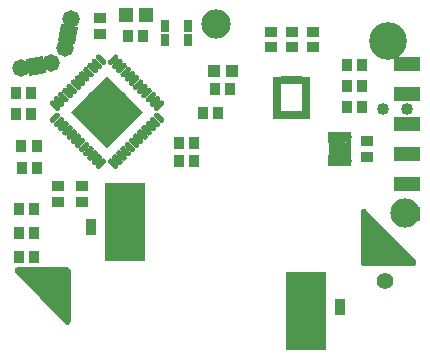
<source format=gbr>
G04 #@! TF.GenerationSoftware,KiCad,Pcbnew,(5.0.0-rc2-92-g9552e0272)*
G04 #@! TF.CreationDate,2018-06-17T01:32:07-07:00*
G04 #@! TF.ProjectId,sprite,7370726974652E6B696361645F706362,rev?*
G04 #@! TF.SameCoordinates,Original*
G04 #@! TF.FileFunction,Soldermask,Top*
G04 #@! TF.FilePolarity,Negative*
%FSLAX46Y46*%
G04 Gerber Fmt 4.6, Leading zero omitted, Abs format (unit mm)*
G04 Created by KiCad (PCBNEW (5.0.0-rc2-92-g9552e0272)) date Sun Jun 17 01:32:07 2018*
%MOMM*%
%LPD*%
G01*
G04 APERTURE LIST*
%ADD10C,0.076200*%
%ADD11C,0.473200*%
%ADD12R,1.903200X1.013200*%
%ADD13R,0.903200X1.103200*%
%ADD14R,1.303200X1.203200*%
%ADD15C,1.016000*%
%ADD16C,2.489200*%
%ADD17R,2.203200X1.223200*%
%ADD18C,1.400000*%
%ADD19R,1.103200X0.903200*%
%ADD20C,1.524000*%
%ADD21R,3.454400X6.654800*%
%ADD22R,0.838200X1.473200*%
%ADD23R,1.003200X1.003200*%
%ADD24R,0.653200X0.473200*%
%ADD25R,0.473200X0.653200*%
%ADD26C,1.473200*%
%ADD27R,0.643200X0.993200*%
%ADD28C,0.483200*%
%ADD29C,4.303200*%
%ADD30C,3.200000*%
G04 APERTURE END LIST*
D10*
G04 #@! TO.C,U6*
G36*
X149777248Y-94037685D02*
X149782990Y-94038537D01*
X149788620Y-94039947D01*
X149794086Y-94041903D01*
X149799333Y-94044384D01*
X149804312Y-94047369D01*
X149808974Y-94050826D01*
X149813275Y-94054725D01*
X149817174Y-94059026D01*
X149820631Y-94063688D01*
X149823616Y-94068667D01*
X149826097Y-94073914D01*
X149828053Y-94079380D01*
X149829463Y-94085010D01*
X149830315Y-94090752D01*
X149830600Y-94096550D01*
X149830600Y-94941450D01*
X149830315Y-94947248D01*
X149829463Y-94952990D01*
X149828053Y-94958620D01*
X149826097Y-94964086D01*
X149823616Y-94969333D01*
X149820631Y-94974312D01*
X149817174Y-94978974D01*
X149813275Y-94983275D01*
X149808974Y-94987174D01*
X149804312Y-94990631D01*
X149799333Y-94993616D01*
X149794086Y-94996097D01*
X149788620Y-94998053D01*
X149782990Y-94999463D01*
X149777248Y-95000315D01*
X149771450Y-95000600D01*
X149416550Y-95000600D01*
X149410752Y-95000315D01*
X149405010Y-94999463D01*
X149399380Y-94998053D01*
X149393914Y-94996097D01*
X149388667Y-94993616D01*
X149383688Y-94990631D01*
X149379026Y-94987174D01*
X149374725Y-94983275D01*
X149370826Y-94978974D01*
X149367369Y-94974312D01*
X149364384Y-94969333D01*
X149361903Y-94964086D01*
X149359947Y-94958620D01*
X149358537Y-94952990D01*
X149357685Y-94947248D01*
X149357400Y-94941450D01*
X149357400Y-94096550D01*
X149357685Y-94090752D01*
X149358537Y-94085010D01*
X149359947Y-94079380D01*
X149361903Y-94073914D01*
X149364384Y-94068667D01*
X149367369Y-94063688D01*
X149370826Y-94059026D01*
X149374725Y-94054725D01*
X149379026Y-94050826D01*
X149383688Y-94047369D01*
X149388667Y-94044384D01*
X149393914Y-94041903D01*
X149399380Y-94039947D01*
X149405010Y-94038537D01*
X149410752Y-94037685D01*
X149416550Y-94037400D01*
X149771450Y-94037400D01*
X149777248Y-94037685D01*
X149777248Y-94037685D01*
G37*
D11*
X149594000Y-94519000D03*
D10*
G36*
X149277248Y-94037685D02*
X149282990Y-94038537D01*
X149288620Y-94039947D01*
X149294086Y-94041903D01*
X149299333Y-94044384D01*
X149304312Y-94047369D01*
X149308974Y-94050826D01*
X149313275Y-94054725D01*
X149317174Y-94059026D01*
X149320631Y-94063688D01*
X149323616Y-94068667D01*
X149326097Y-94073914D01*
X149328053Y-94079380D01*
X149329463Y-94085010D01*
X149330315Y-94090752D01*
X149330600Y-94096550D01*
X149330600Y-94941450D01*
X149330315Y-94947248D01*
X149329463Y-94952990D01*
X149328053Y-94958620D01*
X149326097Y-94964086D01*
X149323616Y-94969333D01*
X149320631Y-94974312D01*
X149317174Y-94978974D01*
X149313275Y-94983275D01*
X149308974Y-94987174D01*
X149304312Y-94990631D01*
X149299333Y-94993616D01*
X149294086Y-94996097D01*
X149288620Y-94998053D01*
X149282990Y-94999463D01*
X149277248Y-95000315D01*
X149271450Y-95000600D01*
X148916550Y-95000600D01*
X148910752Y-95000315D01*
X148905010Y-94999463D01*
X148899380Y-94998053D01*
X148893914Y-94996097D01*
X148888667Y-94993616D01*
X148883688Y-94990631D01*
X148879026Y-94987174D01*
X148874725Y-94983275D01*
X148870826Y-94978974D01*
X148867369Y-94974312D01*
X148864384Y-94969333D01*
X148861903Y-94964086D01*
X148859947Y-94958620D01*
X148858537Y-94952990D01*
X148857685Y-94947248D01*
X148857400Y-94941450D01*
X148857400Y-94096550D01*
X148857685Y-94090752D01*
X148858537Y-94085010D01*
X148859947Y-94079380D01*
X148861903Y-94073914D01*
X148864384Y-94068667D01*
X148867369Y-94063688D01*
X148870826Y-94059026D01*
X148874725Y-94054725D01*
X148879026Y-94050826D01*
X148883688Y-94047369D01*
X148888667Y-94044384D01*
X148893914Y-94041903D01*
X148899380Y-94039947D01*
X148905010Y-94038537D01*
X148910752Y-94037685D01*
X148916550Y-94037400D01*
X149271450Y-94037400D01*
X149277248Y-94037685D01*
X149277248Y-94037685D01*
G37*
D11*
X149094000Y-94519000D03*
D10*
G36*
X148777248Y-94037685D02*
X148782990Y-94038537D01*
X148788620Y-94039947D01*
X148794086Y-94041903D01*
X148799333Y-94044384D01*
X148804312Y-94047369D01*
X148808974Y-94050826D01*
X148813275Y-94054725D01*
X148817174Y-94059026D01*
X148820631Y-94063688D01*
X148823616Y-94068667D01*
X148826097Y-94073914D01*
X148828053Y-94079380D01*
X148829463Y-94085010D01*
X148830315Y-94090752D01*
X148830600Y-94096550D01*
X148830600Y-94941450D01*
X148830315Y-94947248D01*
X148829463Y-94952990D01*
X148828053Y-94958620D01*
X148826097Y-94964086D01*
X148823616Y-94969333D01*
X148820631Y-94974312D01*
X148817174Y-94978974D01*
X148813275Y-94983275D01*
X148808974Y-94987174D01*
X148804312Y-94990631D01*
X148799333Y-94993616D01*
X148794086Y-94996097D01*
X148788620Y-94998053D01*
X148782990Y-94999463D01*
X148777248Y-95000315D01*
X148771450Y-95000600D01*
X148416550Y-95000600D01*
X148410752Y-95000315D01*
X148405010Y-94999463D01*
X148399380Y-94998053D01*
X148393914Y-94996097D01*
X148388667Y-94993616D01*
X148383688Y-94990631D01*
X148379026Y-94987174D01*
X148374725Y-94983275D01*
X148370826Y-94978974D01*
X148367369Y-94974312D01*
X148364384Y-94969333D01*
X148361903Y-94964086D01*
X148359947Y-94958620D01*
X148358537Y-94952990D01*
X148357685Y-94947248D01*
X148357400Y-94941450D01*
X148357400Y-94096550D01*
X148357685Y-94090752D01*
X148358537Y-94085010D01*
X148359947Y-94079380D01*
X148361903Y-94073914D01*
X148364384Y-94068667D01*
X148367369Y-94063688D01*
X148370826Y-94059026D01*
X148374725Y-94054725D01*
X148379026Y-94050826D01*
X148383688Y-94047369D01*
X148388667Y-94044384D01*
X148393914Y-94041903D01*
X148399380Y-94039947D01*
X148405010Y-94038537D01*
X148410752Y-94037685D01*
X148416550Y-94037400D01*
X148771450Y-94037400D01*
X148777248Y-94037685D01*
X148777248Y-94037685D01*
G37*
D11*
X148594000Y-94519000D03*
D10*
G36*
X148277248Y-94037685D02*
X148282990Y-94038537D01*
X148288620Y-94039947D01*
X148294086Y-94041903D01*
X148299333Y-94044384D01*
X148304312Y-94047369D01*
X148308974Y-94050826D01*
X148313275Y-94054725D01*
X148317174Y-94059026D01*
X148320631Y-94063688D01*
X148323616Y-94068667D01*
X148326097Y-94073914D01*
X148328053Y-94079380D01*
X148329463Y-94085010D01*
X148330315Y-94090752D01*
X148330600Y-94096550D01*
X148330600Y-94941450D01*
X148330315Y-94947248D01*
X148329463Y-94952990D01*
X148328053Y-94958620D01*
X148326097Y-94964086D01*
X148323616Y-94969333D01*
X148320631Y-94974312D01*
X148317174Y-94978974D01*
X148313275Y-94983275D01*
X148308974Y-94987174D01*
X148304312Y-94990631D01*
X148299333Y-94993616D01*
X148294086Y-94996097D01*
X148288620Y-94998053D01*
X148282990Y-94999463D01*
X148277248Y-95000315D01*
X148271450Y-95000600D01*
X147916550Y-95000600D01*
X147910752Y-95000315D01*
X147905010Y-94999463D01*
X147899380Y-94998053D01*
X147893914Y-94996097D01*
X147888667Y-94993616D01*
X147883688Y-94990631D01*
X147879026Y-94987174D01*
X147874725Y-94983275D01*
X147870826Y-94978974D01*
X147867369Y-94974312D01*
X147864384Y-94969333D01*
X147861903Y-94964086D01*
X147859947Y-94958620D01*
X147858537Y-94952990D01*
X147857685Y-94947248D01*
X147857400Y-94941450D01*
X147857400Y-94096550D01*
X147857685Y-94090752D01*
X147858537Y-94085010D01*
X147859947Y-94079380D01*
X147861903Y-94073914D01*
X147864384Y-94068667D01*
X147867369Y-94063688D01*
X147870826Y-94059026D01*
X147874725Y-94054725D01*
X147879026Y-94050826D01*
X147883688Y-94047369D01*
X147888667Y-94044384D01*
X147893914Y-94041903D01*
X147899380Y-94039947D01*
X147905010Y-94038537D01*
X147910752Y-94037685D01*
X147916550Y-94037400D01*
X148271450Y-94037400D01*
X148277248Y-94037685D01*
X148277248Y-94037685D01*
G37*
D11*
X148094000Y-94519000D03*
D10*
G36*
X148277248Y-96007685D02*
X148282990Y-96008537D01*
X148288620Y-96009947D01*
X148294086Y-96011903D01*
X148299333Y-96014384D01*
X148304312Y-96017369D01*
X148308974Y-96020826D01*
X148313275Y-96024725D01*
X148317174Y-96029026D01*
X148320631Y-96033688D01*
X148323616Y-96038667D01*
X148326097Y-96043914D01*
X148328053Y-96049380D01*
X148329463Y-96055010D01*
X148330315Y-96060752D01*
X148330600Y-96066550D01*
X148330600Y-96911450D01*
X148330315Y-96917248D01*
X148329463Y-96922990D01*
X148328053Y-96928620D01*
X148326097Y-96934086D01*
X148323616Y-96939333D01*
X148320631Y-96944312D01*
X148317174Y-96948974D01*
X148313275Y-96953275D01*
X148308974Y-96957174D01*
X148304312Y-96960631D01*
X148299333Y-96963616D01*
X148294086Y-96966097D01*
X148288620Y-96968053D01*
X148282990Y-96969463D01*
X148277248Y-96970315D01*
X148271450Y-96970600D01*
X147916550Y-96970600D01*
X147910752Y-96970315D01*
X147905010Y-96969463D01*
X147899380Y-96968053D01*
X147893914Y-96966097D01*
X147888667Y-96963616D01*
X147883688Y-96960631D01*
X147879026Y-96957174D01*
X147874725Y-96953275D01*
X147870826Y-96948974D01*
X147867369Y-96944312D01*
X147864384Y-96939333D01*
X147861903Y-96934086D01*
X147859947Y-96928620D01*
X147858537Y-96922990D01*
X147857685Y-96917248D01*
X147857400Y-96911450D01*
X147857400Y-96066550D01*
X147857685Y-96060752D01*
X147858537Y-96055010D01*
X147859947Y-96049380D01*
X147861903Y-96043914D01*
X147864384Y-96038667D01*
X147867369Y-96033688D01*
X147870826Y-96029026D01*
X147874725Y-96024725D01*
X147879026Y-96020826D01*
X147883688Y-96017369D01*
X147888667Y-96014384D01*
X147893914Y-96011903D01*
X147899380Y-96009947D01*
X147905010Y-96008537D01*
X147910752Y-96007685D01*
X147916550Y-96007400D01*
X148271450Y-96007400D01*
X148277248Y-96007685D01*
X148277248Y-96007685D01*
G37*
D11*
X148094000Y-96489000D03*
D10*
G36*
X148777248Y-96007685D02*
X148782990Y-96008537D01*
X148788620Y-96009947D01*
X148794086Y-96011903D01*
X148799333Y-96014384D01*
X148804312Y-96017369D01*
X148808974Y-96020826D01*
X148813275Y-96024725D01*
X148817174Y-96029026D01*
X148820631Y-96033688D01*
X148823616Y-96038667D01*
X148826097Y-96043914D01*
X148828053Y-96049380D01*
X148829463Y-96055010D01*
X148830315Y-96060752D01*
X148830600Y-96066550D01*
X148830600Y-96911450D01*
X148830315Y-96917248D01*
X148829463Y-96922990D01*
X148828053Y-96928620D01*
X148826097Y-96934086D01*
X148823616Y-96939333D01*
X148820631Y-96944312D01*
X148817174Y-96948974D01*
X148813275Y-96953275D01*
X148808974Y-96957174D01*
X148804312Y-96960631D01*
X148799333Y-96963616D01*
X148794086Y-96966097D01*
X148788620Y-96968053D01*
X148782990Y-96969463D01*
X148777248Y-96970315D01*
X148771450Y-96970600D01*
X148416550Y-96970600D01*
X148410752Y-96970315D01*
X148405010Y-96969463D01*
X148399380Y-96968053D01*
X148393914Y-96966097D01*
X148388667Y-96963616D01*
X148383688Y-96960631D01*
X148379026Y-96957174D01*
X148374725Y-96953275D01*
X148370826Y-96948974D01*
X148367369Y-96944312D01*
X148364384Y-96939333D01*
X148361903Y-96934086D01*
X148359947Y-96928620D01*
X148358537Y-96922990D01*
X148357685Y-96917248D01*
X148357400Y-96911450D01*
X148357400Y-96066550D01*
X148357685Y-96060752D01*
X148358537Y-96055010D01*
X148359947Y-96049380D01*
X148361903Y-96043914D01*
X148364384Y-96038667D01*
X148367369Y-96033688D01*
X148370826Y-96029026D01*
X148374725Y-96024725D01*
X148379026Y-96020826D01*
X148383688Y-96017369D01*
X148388667Y-96014384D01*
X148393914Y-96011903D01*
X148399380Y-96009947D01*
X148405010Y-96008537D01*
X148410752Y-96007685D01*
X148416550Y-96007400D01*
X148771450Y-96007400D01*
X148777248Y-96007685D01*
X148777248Y-96007685D01*
G37*
D11*
X148594000Y-96489000D03*
D10*
G36*
X149277248Y-96007685D02*
X149282990Y-96008537D01*
X149288620Y-96009947D01*
X149294086Y-96011903D01*
X149299333Y-96014384D01*
X149304312Y-96017369D01*
X149308974Y-96020826D01*
X149313275Y-96024725D01*
X149317174Y-96029026D01*
X149320631Y-96033688D01*
X149323616Y-96038667D01*
X149326097Y-96043914D01*
X149328053Y-96049380D01*
X149329463Y-96055010D01*
X149330315Y-96060752D01*
X149330600Y-96066550D01*
X149330600Y-96911450D01*
X149330315Y-96917248D01*
X149329463Y-96922990D01*
X149328053Y-96928620D01*
X149326097Y-96934086D01*
X149323616Y-96939333D01*
X149320631Y-96944312D01*
X149317174Y-96948974D01*
X149313275Y-96953275D01*
X149308974Y-96957174D01*
X149304312Y-96960631D01*
X149299333Y-96963616D01*
X149294086Y-96966097D01*
X149288620Y-96968053D01*
X149282990Y-96969463D01*
X149277248Y-96970315D01*
X149271450Y-96970600D01*
X148916550Y-96970600D01*
X148910752Y-96970315D01*
X148905010Y-96969463D01*
X148899380Y-96968053D01*
X148893914Y-96966097D01*
X148888667Y-96963616D01*
X148883688Y-96960631D01*
X148879026Y-96957174D01*
X148874725Y-96953275D01*
X148870826Y-96948974D01*
X148867369Y-96944312D01*
X148864384Y-96939333D01*
X148861903Y-96934086D01*
X148859947Y-96928620D01*
X148858537Y-96922990D01*
X148857685Y-96917248D01*
X148857400Y-96911450D01*
X148857400Y-96066550D01*
X148857685Y-96060752D01*
X148858537Y-96055010D01*
X148859947Y-96049380D01*
X148861903Y-96043914D01*
X148864384Y-96038667D01*
X148867369Y-96033688D01*
X148870826Y-96029026D01*
X148874725Y-96024725D01*
X148879026Y-96020826D01*
X148883688Y-96017369D01*
X148888667Y-96014384D01*
X148893914Y-96011903D01*
X148899380Y-96009947D01*
X148905010Y-96008537D01*
X148910752Y-96007685D01*
X148916550Y-96007400D01*
X149271450Y-96007400D01*
X149277248Y-96007685D01*
X149277248Y-96007685D01*
G37*
D11*
X149094000Y-96489000D03*
D10*
G36*
X149777248Y-96007685D02*
X149782990Y-96008537D01*
X149788620Y-96009947D01*
X149794086Y-96011903D01*
X149799333Y-96014384D01*
X149804312Y-96017369D01*
X149808974Y-96020826D01*
X149813275Y-96024725D01*
X149817174Y-96029026D01*
X149820631Y-96033688D01*
X149823616Y-96038667D01*
X149826097Y-96043914D01*
X149828053Y-96049380D01*
X149829463Y-96055010D01*
X149830315Y-96060752D01*
X149830600Y-96066550D01*
X149830600Y-96911450D01*
X149830315Y-96917248D01*
X149829463Y-96922990D01*
X149828053Y-96928620D01*
X149826097Y-96934086D01*
X149823616Y-96939333D01*
X149820631Y-96944312D01*
X149817174Y-96948974D01*
X149813275Y-96953275D01*
X149808974Y-96957174D01*
X149804312Y-96960631D01*
X149799333Y-96963616D01*
X149794086Y-96966097D01*
X149788620Y-96968053D01*
X149782990Y-96969463D01*
X149777248Y-96970315D01*
X149771450Y-96970600D01*
X149416550Y-96970600D01*
X149410752Y-96970315D01*
X149405010Y-96969463D01*
X149399380Y-96968053D01*
X149393914Y-96966097D01*
X149388667Y-96963616D01*
X149383688Y-96960631D01*
X149379026Y-96957174D01*
X149374725Y-96953275D01*
X149370826Y-96948974D01*
X149367369Y-96944312D01*
X149364384Y-96939333D01*
X149361903Y-96934086D01*
X149359947Y-96928620D01*
X149358537Y-96922990D01*
X149357685Y-96917248D01*
X149357400Y-96911450D01*
X149357400Y-96066550D01*
X149357685Y-96060752D01*
X149358537Y-96055010D01*
X149359947Y-96049380D01*
X149361903Y-96043914D01*
X149364384Y-96038667D01*
X149367369Y-96033688D01*
X149370826Y-96029026D01*
X149374725Y-96024725D01*
X149379026Y-96020826D01*
X149383688Y-96017369D01*
X149388667Y-96014384D01*
X149393914Y-96011903D01*
X149399380Y-96009947D01*
X149405010Y-96008537D01*
X149410752Y-96007685D01*
X149416550Y-96007400D01*
X149771450Y-96007400D01*
X149777248Y-96007685D01*
X149777248Y-96007685D01*
G37*
D11*
X149594000Y-96489000D03*
D12*
X148844000Y-95504000D03*
G04 #@! TD*
D13*
G04 #@! TO.C,R10*
X135240000Y-94996000D03*
X136540000Y-94996000D03*
G04 #@! TD*
G04 #@! TO.C,R4*
X121397000Y-92583000D03*
X122697000Y-92583000D03*
G04 #@! TD*
D14*
G04 #@! TO.C,L2*
X130722000Y-84201000D03*
X132422000Y-84201000D03*
G04 #@! TD*
D15*
G04 #@! TO.C,B1*
X152541100Y-92152074D03*
X154541100Y-92152074D03*
G04 #@! TD*
D16*
G04 #@! TO.C,X1*
X138341100Y-84952074D03*
G04 #@! TD*
G04 #@! TO.C,X2*
X154341100Y-100952074D03*
G04 #@! TD*
D17*
G04 #@! TO.C,J1*
X154541100Y-101002074D03*
X154541100Y-98462074D03*
X154541100Y-95922074D03*
X154541100Y-93382074D03*
X154541100Y-88302074D03*
X154541100Y-90842074D03*
G04 #@! TD*
D18*
G04 #@! TO.C,TP2*
X152654000Y-106680000D03*
G04 #@! TD*
D19*
G04 #@! TO.C,C12*
X151130000Y-96154000D03*
X151130000Y-94854000D03*
G04 #@! TD*
D20*
G04 #@! TO.C,D2*
X151955500Y-103632000D03*
D10*
G36*
X150910234Y-100565404D02*
X150948692Y-100573054D01*
X150962761Y-100577322D01*
X150998980Y-100592325D01*
X151011947Y-100599256D01*
X151045691Y-100621984D01*
X151057842Y-100632108D01*
X151073335Y-100646469D01*
X155264335Y-104964469D01*
X155277305Y-104979217D01*
X155286461Y-104990721D01*
X155307742Y-105023623D01*
X155314479Y-105036691D01*
X155328947Y-105073149D01*
X155333004Y-105087281D01*
X155340076Y-105125831D01*
X155341299Y-105140482D01*
X155340713Y-105179699D01*
X155339053Y-105194308D01*
X155330834Y-105232630D01*
X155326357Y-105246634D01*
X155310811Y-105282636D01*
X155303687Y-105295498D01*
X155281429Y-105327758D01*
X155271934Y-105338983D01*
X155243783Y-105366305D01*
X155232279Y-105375461D01*
X155199377Y-105396742D01*
X155186309Y-105403479D01*
X155149851Y-105417947D01*
X155135719Y-105422004D01*
X155098651Y-105428947D01*
X155085119Y-105430178D01*
X155067000Y-105431000D01*
X150876000Y-105431000D01*
X150856398Y-105430037D01*
X150841766Y-105428596D01*
X150803308Y-105420946D01*
X150789239Y-105416678D01*
X150753020Y-105401675D01*
X150740053Y-105394744D01*
X150707453Y-105372962D01*
X150696088Y-105363635D01*
X150668365Y-105335912D01*
X150659038Y-105324547D01*
X150637256Y-105291947D01*
X150630325Y-105278980D01*
X150615322Y-105242761D01*
X150611054Y-105228692D01*
X150603404Y-105190234D01*
X150601963Y-105175602D01*
X150601000Y-105156000D01*
X150601000Y-100838000D01*
X150601963Y-100818398D01*
X150603404Y-100803766D01*
X150611054Y-100765308D01*
X150615322Y-100751239D01*
X150630325Y-100715020D01*
X150637256Y-100702053D01*
X150659038Y-100669453D01*
X150668365Y-100658088D01*
X150696088Y-100630365D01*
X150707453Y-100621038D01*
X150740053Y-100599256D01*
X150753020Y-100592325D01*
X150789239Y-100577322D01*
X150803308Y-100573054D01*
X150841766Y-100565404D01*
X150856398Y-100563963D01*
X150895602Y-100563963D01*
X150910234Y-100565404D01*
X150910234Y-100565404D01*
G37*
D21*
X130683000Y-101727000D03*
D22*
X127812800Y-102108000D03*
G04 #@! TD*
D20*
G04 #@! TO.C,D1*
X124701600Y-107336074D03*
D10*
G36*
X125746866Y-110402670D02*
X125708408Y-110395020D01*
X125694339Y-110390752D01*
X125658120Y-110375749D01*
X125645153Y-110368818D01*
X125611409Y-110346090D01*
X125599258Y-110335966D01*
X125583765Y-110321605D01*
X121392765Y-106003605D01*
X121379795Y-105988857D01*
X121370639Y-105977353D01*
X121349358Y-105944451D01*
X121342621Y-105931383D01*
X121328153Y-105894925D01*
X121324096Y-105880793D01*
X121317024Y-105842243D01*
X121315801Y-105827592D01*
X121316387Y-105788375D01*
X121318047Y-105773766D01*
X121326266Y-105735444D01*
X121330743Y-105721440D01*
X121346289Y-105685438D01*
X121353413Y-105672576D01*
X121375671Y-105640316D01*
X121385166Y-105629091D01*
X121413317Y-105601769D01*
X121424821Y-105592613D01*
X121457723Y-105571332D01*
X121470791Y-105564595D01*
X121507249Y-105550127D01*
X121521381Y-105546070D01*
X121558449Y-105539127D01*
X121571981Y-105537896D01*
X121590100Y-105537074D01*
X125781100Y-105537074D01*
X125800702Y-105538037D01*
X125815334Y-105539478D01*
X125853792Y-105547128D01*
X125867861Y-105551396D01*
X125904080Y-105566399D01*
X125917047Y-105573330D01*
X125949647Y-105595112D01*
X125961012Y-105604439D01*
X125988735Y-105632162D01*
X125998062Y-105643527D01*
X126019844Y-105676127D01*
X126026775Y-105689094D01*
X126041778Y-105725313D01*
X126046046Y-105739382D01*
X126053696Y-105777840D01*
X126055137Y-105792472D01*
X126056100Y-105812074D01*
X126056100Y-110130074D01*
X126055137Y-110149676D01*
X126053696Y-110164308D01*
X126046046Y-110202766D01*
X126041778Y-110216835D01*
X126026775Y-110253054D01*
X126019844Y-110266021D01*
X125998062Y-110298621D01*
X125988735Y-110309986D01*
X125961012Y-110337709D01*
X125949647Y-110347036D01*
X125917047Y-110368818D01*
X125904080Y-110375749D01*
X125867861Y-110390752D01*
X125853792Y-110395020D01*
X125815334Y-110402670D01*
X125800702Y-110404111D01*
X125761498Y-110404111D01*
X125746866Y-110402670D01*
X125746866Y-110402670D01*
G37*
D21*
X145974100Y-109241074D03*
D22*
X148844300Y-108860074D03*
G04 #@! TD*
D13*
G04 #@! TO.C,R2*
X139588000Y-90424000D03*
X138288000Y-90424000D03*
G04 #@! TD*
G04 #@! TO.C,R13*
X121666000Y-104648000D03*
X122966000Y-104648000D03*
G04 #@! TD*
D19*
G04 #@! TO.C,R7*
X124968000Y-99964000D03*
X124968000Y-98664000D03*
G04 #@! TD*
D13*
G04 #@! TO.C,R1*
X121920000Y-97155000D03*
X123220000Y-97155000D03*
G04 #@! TD*
D19*
G04 #@! TO.C,R3*
X146558000Y-86902074D03*
X146558000Y-85602074D03*
G04 #@! TD*
G04 #@! TO.C,R5*
X144780000Y-86902074D03*
X144780000Y-85602074D03*
G04 #@! TD*
G04 #@! TO.C,R6*
X143002000Y-86902074D03*
X143002000Y-85602074D03*
G04 #@! TD*
G04 #@! TO.C,R8*
X127000000Y-98664000D03*
X127000000Y-99964000D03*
G04 #@! TD*
D13*
G04 #@! TO.C,R9*
X138572000Y-92456000D03*
X137272000Y-92456000D03*
G04 #@! TD*
G04 #@! TO.C,R14*
X122966000Y-102616000D03*
X121666000Y-102616000D03*
G04 #@! TD*
G04 #@! TO.C,C4*
X150764000Y-91948000D03*
X149464000Y-91948000D03*
G04 #@! TD*
G04 #@! TO.C,C3*
X150764000Y-88392000D03*
X149464000Y-88392000D03*
G04 #@! TD*
G04 #@! TO.C,C7*
X121397000Y-90805000D03*
X122697000Y-90805000D03*
G04 #@! TD*
G04 #@! TO.C,C17*
X121666000Y-100584000D03*
X122966000Y-100584000D03*
G04 #@! TD*
G04 #@! TO.C,C6*
X132222000Y-85979000D03*
X130922000Y-85979000D03*
G04 #@! TD*
G04 #@! TO.C,C2*
X123190000Y-95250000D03*
X121890000Y-95250000D03*
G04 #@! TD*
G04 #@! TO.C,C1*
X136540000Y-96520000D03*
X135240000Y-96520000D03*
G04 #@! TD*
D19*
G04 #@! TO.C,C11*
X128524000Y-84440000D03*
X128524000Y-85740000D03*
G04 #@! TD*
D13*
G04 #@! TO.C,C5*
X150764000Y-90170000D03*
X149464000Y-90170000D03*
G04 #@! TD*
D23*
G04 #@! TO.C,LED1*
X139688000Y-88900000D03*
X138188000Y-88900000D03*
G04 #@! TD*
D24*
G04 #@! TO.C,U2*
X146005000Y-90111000D03*
X146005000Y-90541000D03*
X146005000Y-90971000D03*
X146005000Y-91401000D03*
X146005000Y-91831000D03*
X146005000Y-92261000D03*
X146005000Y-92691000D03*
D25*
X145425000Y-92661000D03*
X144995000Y-92661000D03*
X144565000Y-92661000D03*
X144135000Y-92661000D03*
D24*
X143555000Y-92691000D03*
X143555000Y-92261000D03*
X143555000Y-91831000D03*
X143555000Y-91401000D03*
X143555000Y-90971000D03*
X143555000Y-90541000D03*
X143555000Y-90111000D03*
X143555000Y-89681000D03*
D25*
X144135000Y-89711000D03*
X144565000Y-89711000D03*
X144995000Y-89711000D03*
X145425000Y-89711000D03*
D24*
X146005000Y-89681000D03*
G04 #@! TD*
D26*
G04 #@! TO.C,A1*
X121890394Y-88672607D03*
X124391806Y-88231541D03*
X123141100Y-88452074D03*
D10*
G36*
X123738600Y-87598755D02*
X123994419Y-89049574D01*
X122543600Y-89305393D01*
X122287781Y-87854574D01*
X123738600Y-87598755D01*
X123738600Y-87598755D01*
G37*
G04 #@! TD*
D26*
G04 #@! TO.C,A2*
X125620567Y-87002780D03*
X126061633Y-84501368D03*
X125841100Y-85752074D03*
D10*
G36*
X125243600Y-84898755D02*
X126694419Y-85154574D01*
X126438600Y-86605393D01*
X124987781Y-86349574D01*
X125243600Y-84898755D01*
X125243600Y-84898755D01*
G37*
G04 #@! TD*
D27*
G04 #@! TO.C,U3*
X135971000Y-86320000D03*
X134031000Y-86320000D03*
X134031000Y-85130000D03*
X135971000Y-85130000D03*
G04 #@! TD*
D10*
G04 #@! TO.C,U1*
G36*
X128850118Y-96315386D02*
X128873571Y-96318865D01*
X128896570Y-96324626D01*
X128918893Y-96332614D01*
X128940326Y-96342751D01*
X128960663Y-96354940D01*
X128979706Y-96369064D01*
X128997274Y-96384986D01*
X128997275Y-96384987D01*
X129013197Y-96402555D01*
X129027321Y-96421598D01*
X129039510Y-96441935D01*
X129049647Y-96463368D01*
X129057635Y-96485691D01*
X129063396Y-96508690D01*
X129066875Y-96532143D01*
X129068038Y-96555824D01*
X129066875Y-96579505D01*
X129063396Y-96602958D01*
X129057635Y-96625957D01*
X129049647Y-96648280D01*
X129039510Y-96669713D01*
X129027321Y-96690050D01*
X129013197Y-96709093D01*
X128997275Y-96726661D01*
X128594224Y-97129712D01*
X128576656Y-97145634D01*
X128557613Y-97159758D01*
X128537276Y-97171947D01*
X128515843Y-97182084D01*
X128493520Y-97190072D01*
X128470521Y-97195833D01*
X128447068Y-97199312D01*
X128423387Y-97200475D01*
X128399706Y-97199312D01*
X128376253Y-97195833D01*
X128353254Y-97190072D01*
X128330931Y-97182084D01*
X128309498Y-97171947D01*
X128289161Y-97159758D01*
X128270118Y-97145634D01*
X128252550Y-97129712D01*
X128252549Y-97129711D01*
X128236627Y-97112143D01*
X128222503Y-97093100D01*
X128210314Y-97072763D01*
X128200177Y-97051330D01*
X128192189Y-97029007D01*
X128186428Y-97006008D01*
X128182949Y-96982555D01*
X128181786Y-96958874D01*
X128182949Y-96935193D01*
X128186428Y-96911740D01*
X128192189Y-96888741D01*
X128200177Y-96866418D01*
X128210314Y-96844985D01*
X128222503Y-96824648D01*
X128236627Y-96805605D01*
X128252549Y-96788037D01*
X128655600Y-96384986D01*
X128673168Y-96369064D01*
X128692211Y-96354940D01*
X128712548Y-96342751D01*
X128733981Y-96332614D01*
X128756304Y-96324626D01*
X128779303Y-96318865D01*
X128802756Y-96315386D01*
X128826437Y-96314223D01*
X128850118Y-96315386D01*
X128850118Y-96315386D01*
G37*
D28*
X128624912Y-96757349D03*
D10*
G36*
X128496565Y-95961833D02*
X128520018Y-95965312D01*
X128543017Y-95971073D01*
X128565340Y-95979061D01*
X128586773Y-95989198D01*
X128607110Y-96001387D01*
X128626153Y-96015511D01*
X128643721Y-96031433D01*
X128643722Y-96031434D01*
X128659644Y-96049002D01*
X128673768Y-96068045D01*
X128685957Y-96088382D01*
X128696094Y-96109815D01*
X128704082Y-96132138D01*
X128709843Y-96155137D01*
X128713322Y-96178590D01*
X128714485Y-96202271D01*
X128713322Y-96225952D01*
X128709843Y-96249405D01*
X128704082Y-96272404D01*
X128696094Y-96294727D01*
X128685957Y-96316160D01*
X128673768Y-96336497D01*
X128659644Y-96355540D01*
X128643722Y-96373108D01*
X128240671Y-96776159D01*
X128223103Y-96792081D01*
X128204060Y-96806205D01*
X128183723Y-96818394D01*
X128162290Y-96828531D01*
X128139967Y-96836519D01*
X128116968Y-96842280D01*
X128093515Y-96845759D01*
X128069834Y-96846922D01*
X128046153Y-96845759D01*
X128022700Y-96842280D01*
X127999701Y-96836519D01*
X127977378Y-96828531D01*
X127955945Y-96818394D01*
X127935608Y-96806205D01*
X127916565Y-96792081D01*
X127898997Y-96776159D01*
X127898996Y-96776158D01*
X127883074Y-96758590D01*
X127868950Y-96739547D01*
X127856761Y-96719210D01*
X127846624Y-96697777D01*
X127838636Y-96675454D01*
X127832875Y-96652455D01*
X127829396Y-96629002D01*
X127828233Y-96605321D01*
X127829396Y-96581640D01*
X127832875Y-96558187D01*
X127838636Y-96535188D01*
X127846624Y-96512865D01*
X127856761Y-96491432D01*
X127868950Y-96471095D01*
X127883074Y-96452052D01*
X127898996Y-96434484D01*
X128302047Y-96031433D01*
X128319615Y-96015511D01*
X128338658Y-96001387D01*
X128358995Y-95989198D01*
X128380428Y-95979061D01*
X128402751Y-95971073D01*
X128425750Y-95965312D01*
X128449203Y-95961833D01*
X128472884Y-95960670D01*
X128496565Y-95961833D01*
X128496565Y-95961833D01*
G37*
D28*
X128271359Y-96403796D03*
D10*
G36*
X128143011Y-95608279D02*
X128166464Y-95611758D01*
X128189463Y-95617519D01*
X128211786Y-95625507D01*
X128233219Y-95635644D01*
X128253556Y-95647833D01*
X128272599Y-95661957D01*
X128290167Y-95677879D01*
X128290168Y-95677880D01*
X128306090Y-95695448D01*
X128320214Y-95714491D01*
X128332403Y-95734828D01*
X128342540Y-95756261D01*
X128350528Y-95778584D01*
X128356289Y-95801583D01*
X128359768Y-95825036D01*
X128360931Y-95848717D01*
X128359768Y-95872398D01*
X128356289Y-95895851D01*
X128350528Y-95918850D01*
X128342540Y-95941173D01*
X128332403Y-95962606D01*
X128320214Y-95982943D01*
X128306090Y-96001986D01*
X128290168Y-96019554D01*
X127887117Y-96422605D01*
X127869549Y-96438527D01*
X127850506Y-96452651D01*
X127830169Y-96464840D01*
X127808736Y-96474977D01*
X127786413Y-96482965D01*
X127763414Y-96488726D01*
X127739961Y-96492205D01*
X127716280Y-96493368D01*
X127692599Y-96492205D01*
X127669146Y-96488726D01*
X127646147Y-96482965D01*
X127623824Y-96474977D01*
X127602391Y-96464840D01*
X127582054Y-96452651D01*
X127563011Y-96438527D01*
X127545443Y-96422605D01*
X127545442Y-96422604D01*
X127529520Y-96405036D01*
X127515396Y-96385993D01*
X127503207Y-96365656D01*
X127493070Y-96344223D01*
X127485082Y-96321900D01*
X127479321Y-96298901D01*
X127475842Y-96275448D01*
X127474679Y-96251767D01*
X127475842Y-96228086D01*
X127479321Y-96204633D01*
X127485082Y-96181634D01*
X127493070Y-96159311D01*
X127503207Y-96137878D01*
X127515396Y-96117541D01*
X127529520Y-96098498D01*
X127545442Y-96080930D01*
X127948493Y-95677879D01*
X127966061Y-95661957D01*
X127985104Y-95647833D01*
X128005441Y-95635644D01*
X128026874Y-95625507D01*
X128049197Y-95617519D01*
X128072196Y-95611758D01*
X128095649Y-95608279D01*
X128119330Y-95607116D01*
X128143011Y-95608279D01*
X128143011Y-95608279D01*
G37*
D28*
X127917805Y-96050242D03*
D10*
G36*
X127789458Y-95254726D02*
X127812911Y-95258205D01*
X127835910Y-95263966D01*
X127858233Y-95271954D01*
X127879666Y-95282091D01*
X127900003Y-95294280D01*
X127919046Y-95308404D01*
X127936614Y-95324326D01*
X127936615Y-95324327D01*
X127952537Y-95341895D01*
X127966661Y-95360938D01*
X127978850Y-95381275D01*
X127988987Y-95402708D01*
X127996975Y-95425031D01*
X128002736Y-95448030D01*
X128006215Y-95471483D01*
X128007378Y-95495164D01*
X128006215Y-95518845D01*
X128002736Y-95542298D01*
X127996975Y-95565297D01*
X127988987Y-95587620D01*
X127978850Y-95609053D01*
X127966661Y-95629390D01*
X127952537Y-95648433D01*
X127936615Y-95666001D01*
X127533564Y-96069052D01*
X127515996Y-96084974D01*
X127496953Y-96099098D01*
X127476616Y-96111287D01*
X127455183Y-96121424D01*
X127432860Y-96129412D01*
X127409861Y-96135173D01*
X127386408Y-96138652D01*
X127362727Y-96139815D01*
X127339046Y-96138652D01*
X127315593Y-96135173D01*
X127292594Y-96129412D01*
X127270271Y-96121424D01*
X127248838Y-96111287D01*
X127228501Y-96099098D01*
X127209458Y-96084974D01*
X127191890Y-96069052D01*
X127191889Y-96069051D01*
X127175967Y-96051483D01*
X127161843Y-96032440D01*
X127149654Y-96012103D01*
X127139517Y-95990670D01*
X127131529Y-95968347D01*
X127125768Y-95945348D01*
X127122289Y-95921895D01*
X127121126Y-95898214D01*
X127122289Y-95874533D01*
X127125768Y-95851080D01*
X127131529Y-95828081D01*
X127139517Y-95805758D01*
X127149654Y-95784325D01*
X127161843Y-95763988D01*
X127175967Y-95744945D01*
X127191889Y-95727377D01*
X127594940Y-95324326D01*
X127612508Y-95308404D01*
X127631551Y-95294280D01*
X127651888Y-95282091D01*
X127673321Y-95271954D01*
X127695644Y-95263966D01*
X127718643Y-95258205D01*
X127742096Y-95254726D01*
X127765777Y-95253563D01*
X127789458Y-95254726D01*
X127789458Y-95254726D01*
G37*
D28*
X127564252Y-95696689D03*
D10*
G36*
X127435904Y-94901173D02*
X127459357Y-94904652D01*
X127482356Y-94910413D01*
X127504679Y-94918401D01*
X127526112Y-94928538D01*
X127546449Y-94940727D01*
X127565492Y-94954851D01*
X127583060Y-94970773D01*
X127583061Y-94970774D01*
X127598983Y-94988342D01*
X127613107Y-95007385D01*
X127625296Y-95027722D01*
X127635433Y-95049155D01*
X127643421Y-95071478D01*
X127649182Y-95094477D01*
X127652661Y-95117930D01*
X127653824Y-95141611D01*
X127652661Y-95165292D01*
X127649182Y-95188745D01*
X127643421Y-95211744D01*
X127635433Y-95234067D01*
X127625296Y-95255500D01*
X127613107Y-95275837D01*
X127598983Y-95294880D01*
X127583061Y-95312448D01*
X127180010Y-95715499D01*
X127162442Y-95731421D01*
X127143399Y-95745545D01*
X127123062Y-95757734D01*
X127101629Y-95767871D01*
X127079306Y-95775859D01*
X127056307Y-95781620D01*
X127032854Y-95785099D01*
X127009173Y-95786262D01*
X126985492Y-95785099D01*
X126962039Y-95781620D01*
X126939040Y-95775859D01*
X126916717Y-95767871D01*
X126895284Y-95757734D01*
X126874947Y-95745545D01*
X126855904Y-95731421D01*
X126838336Y-95715499D01*
X126838335Y-95715498D01*
X126822413Y-95697930D01*
X126808289Y-95678887D01*
X126796100Y-95658550D01*
X126785963Y-95637117D01*
X126777975Y-95614794D01*
X126772214Y-95591795D01*
X126768735Y-95568342D01*
X126767572Y-95544661D01*
X126768735Y-95520980D01*
X126772214Y-95497527D01*
X126777975Y-95474528D01*
X126785963Y-95452205D01*
X126796100Y-95430772D01*
X126808289Y-95410435D01*
X126822413Y-95391392D01*
X126838335Y-95373824D01*
X127241386Y-94970773D01*
X127258954Y-94954851D01*
X127277997Y-94940727D01*
X127298334Y-94928538D01*
X127319767Y-94918401D01*
X127342090Y-94910413D01*
X127365089Y-94904652D01*
X127388542Y-94901173D01*
X127412223Y-94900010D01*
X127435904Y-94901173D01*
X127435904Y-94901173D01*
G37*
D28*
X127210698Y-95343136D03*
D10*
G36*
X127082351Y-94547619D02*
X127105804Y-94551098D01*
X127128803Y-94556859D01*
X127151126Y-94564847D01*
X127172559Y-94574984D01*
X127192896Y-94587173D01*
X127211939Y-94601297D01*
X127229507Y-94617219D01*
X127229508Y-94617220D01*
X127245430Y-94634788D01*
X127259554Y-94653831D01*
X127271743Y-94674168D01*
X127281880Y-94695601D01*
X127289868Y-94717924D01*
X127295629Y-94740923D01*
X127299108Y-94764376D01*
X127300271Y-94788057D01*
X127299108Y-94811738D01*
X127295629Y-94835191D01*
X127289868Y-94858190D01*
X127281880Y-94880513D01*
X127271743Y-94901946D01*
X127259554Y-94922283D01*
X127245430Y-94941326D01*
X127229508Y-94958894D01*
X126826457Y-95361945D01*
X126808889Y-95377867D01*
X126789846Y-95391991D01*
X126769509Y-95404180D01*
X126748076Y-95414317D01*
X126725753Y-95422305D01*
X126702754Y-95428066D01*
X126679301Y-95431545D01*
X126655620Y-95432708D01*
X126631939Y-95431545D01*
X126608486Y-95428066D01*
X126585487Y-95422305D01*
X126563164Y-95414317D01*
X126541731Y-95404180D01*
X126521394Y-95391991D01*
X126502351Y-95377867D01*
X126484783Y-95361945D01*
X126484782Y-95361944D01*
X126468860Y-95344376D01*
X126454736Y-95325333D01*
X126442547Y-95304996D01*
X126432410Y-95283563D01*
X126424422Y-95261240D01*
X126418661Y-95238241D01*
X126415182Y-95214788D01*
X126414019Y-95191107D01*
X126415182Y-95167426D01*
X126418661Y-95143973D01*
X126424422Y-95120974D01*
X126432410Y-95098651D01*
X126442547Y-95077218D01*
X126454736Y-95056881D01*
X126468860Y-95037838D01*
X126484782Y-95020270D01*
X126887833Y-94617219D01*
X126905401Y-94601297D01*
X126924444Y-94587173D01*
X126944781Y-94574984D01*
X126966214Y-94564847D01*
X126988537Y-94556859D01*
X127011536Y-94551098D01*
X127034989Y-94547619D01*
X127058670Y-94546456D01*
X127082351Y-94547619D01*
X127082351Y-94547619D01*
G37*
D28*
X126857145Y-94989582D03*
D10*
G36*
X126728798Y-94194066D02*
X126752251Y-94197545D01*
X126775250Y-94203306D01*
X126797573Y-94211294D01*
X126819006Y-94221431D01*
X126839343Y-94233620D01*
X126858386Y-94247744D01*
X126875954Y-94263666D01*
X126875955Y-94263667D01*
X126891877Y-94281235D01*
X126906001Y-94300278D01*
X126918190Y-94320615D01*
X126928327Y-94342048D01*
X126936315Y-94364371D01*
X126942076Y-94387370D01*
X126945555Y-94410823D01*
X126946718Y-94434504D01*
X126945555Y-94458185D01*
X126942076Y-94481638D01*
X126936315Y-94504637D01*
X126928327Y-94526960D01*
X126918190Y-94548393D01*
X126906001Y-94568730D01*
X126891877Y-94587773D01*
X126875955Y-94605341D01*
X126472904Y-95008392D01*
X126455336Y-95024314D01*
X126436293Y-95038438D01*
X126415956Y-95050627D01*
X126394523Y-95060764D01*
X126372200Y-95068752D01*
X126349201Y-95074513D01*
X126325748Y-95077992D01*
X126302067Y-95079155D01*
X126278386Y-95077992D01*
X126254933Y-95074513D01*
X126231934Y-95068752D01*
X126209611Y-95060764D01*
X126188178Y-95050627D01*
X126167841Y-95038438D01*
X126148798Y-95024314D01*
X126131230Y-95008392D01*
X126131229Y-95008391D01*
X126115307Y-94990823D01*
X126101183Y-94971780D01*
X126088994Y-94951443D01*
X126078857Y-94930010D01*
X126070869Y-94907687D01*
X126065108Y-94884688D01*
X126061629Y-94861235D01*
X126060466Y-94837554D01*
X126061629Y-94813873D01*
X126065108Y-94790420D01*
X126070869Y-94767421D01*
X126078857Y-94745098D01*
X126088994Y-94723665D01*
X126101183Y-94703328D01*
X126115307Y-94684285D01*
X126131229Y-94666717D01*
X126534280Y-94263666D01*
X126551848Y-94247744D01*
X126570891Y-94233620D01*
X126591228Y-94221431D01*
X126612661Y-94211294D01*
X126634984Y-94203306D01*
X126657983Y-94197545D01*
X126681436Y-94194066D01*
X126705117Y-94192903D01*
X126728798Y-94194066D01*
X126728798Y-94194066D01*
G37*
D28*
X126503592Y-94636029D03*
D10*
G36*
X126375244Y-93840513D02*
X126398697Y-93843992D01*
X126421696Y-93849753D01*
X126444019Y-93857741D01*
X126465452Y-93867878D01*
X126485789Y-93880067D01*
X126504832Y-93894191D01*
X126522400Y-93910113D01*
X126522401Y-93910114D01*
X126538323Y-93927682D01*
X126552447Y-93946725D01*
X126564636Y-93967062D01*
X126574773Y-93988495D01*
X126582761Y-94010818D01*
X126588522Y-94033817D01*
X126592001Y-94057270D01*
X126593164Y-94080951D01*
X126592001Y-94104632D01*
X126588522Y-94128085D01*
X126582761Y-94151084D01*
X126574773Y-94173407D01*
X126564636Y-94194840D01*
X126552447Y-94215177D01*
X126538323Y-94234220D01*
X126522401Y-94251788D01*
X126119350Y-94654839D01*
X126101782Y-94670761D01*
X126082739Y-94684885D01*
X126062402Y-94697074D01*
X126040969Y-94707211D01*
X126018646Y-94715199D01*
X125995647Y-94720960D01*
X125972194Y-94724439D01*
X125948513Y-94725602D01*
X125924832Y-94724439D01*
X125901379Y-94720960D01*
X125878380Y-94715199D01*
X125856057Y-94707211D01*
X125834624Y-94697074D01*
X125814287Y-94684885D01*
X125795244Y-94670761D01*
X125777676Y-94654839D01*
X125777675Y-94654838D01*
X125761753Y-94637270D01*
X125747629Y-94618227D01*
X125735440Y-94597890D01*
X125725303Y-94576457D01*
X125717315Y-94554134D01*
X125711554Y-94531135D01*
X125708075Y-94507682D01*
X125706912Y-94484001D01*
X125708075Y-94460320D01*
X125711554Y-94436867D01*
X125717315Y-94413868D01*
X125725303Y-94391545D01*
X125735440Y-94370112D01*
X125747629Y-94349775D01*
X125761753Y-94330732D01*
X125777675Y-94313164D01*
X126180726Y-93910113D01*
X126198294Y-93894191D01*
X126217337Y-93880067D01*
X126237674Y-93867878D01*
X126259107Y-93857741D01*
X126281430Y-93849753D01*
X126304429Y-93843992D01*
X126327882Y-93840513D01*
X126351563Y-93839350D01*
X126375244Y-93840513D01*
X126375244Y-93840513D01*
G37*
D28*
X126150038Y-94282476D03*
D10*
G36*
X126021691Y-93486959D02*
X126045144Y-93490438D01*
X126068143Y-93496199D01*
X126090466Y-93504187D01*
X126111899Y-93514324D01*
X126132236Y-93526513D01*
X126151279Y-93540637D01*
X126168847Y-93556559D01*
X126168848Y-93556560D01*
X126184770Y-93574128D01*
X126198894Y-93593171D01*
X126211083Y-93613508D01*
X126221220Y-93634941D01*
X126229208Y-93657264D01*
X126234969Y-93680263D01*
X126238448Y-93703716D01*
X126239611Y-93727397D01*
X126238448Y-93751078D01*
X126234969Y-93774531D01*
X126229208Y-93797530D01*
X126221220Y-93819853D01*
X126211083Y-93841286D01*
X126198894Y-93861623D01*
X126184770Y-93880666D01*
X126168848Y-93898234D01*
X125765797Y-94301285D01*
X125748229Y-94317207D01*
X125729186Y-94331331D01*
X125708849Y-94343520D01*
X125687416Y-94353657D01*
X125665093Y-94361645D01*
X125642094Y-94367406D01*
X125618641Y-94370885D01*
X125594960Y-94372048D01*
X125571279Y-94370885D01*
X125547826Y-94367406D01*
X125524827Y-94361645D01*
X125502504Y-94353657D01*
X125481071Y-94343520D01*
X125460734Y-94331331D01*
X125441691Y-94317207D01*
X125424123Y-94301285D01*
X125424122Y-94301284D01*
X125408200Y-94283716D01*
X125394076Y-94264673D01*
X125381887Y-94244336D01*
X125371750Y-94222903D01*
X125363762Y-94200580D01*
X125358001Y-94177581D01*
X125354522Y-94154128D01*
X125353359Y-94130447D01*
X125354522Y-94106766D01*
X125358001Y-94083313D01*
X125363762Y-94060314D01*
X125371750Y-94037991D01*
X125381887Y-94016558D01*
X125394076Y-93996221D01*
X125408200Y-93977178D01*
X125424122Y-93959610D01*
X125827173Y-93556559D01*
X125844741Y-93540637D01*
X125863784Y-93526513D01*
X125884121Y-93514324D01*
X125905554Y-93504187D01*
X125927877Y-93496199D01*
X125950876Y-93490438D01*
X125974329Y-93486959D01*
X125998010Y-93485796D01*
X126021691Y-93486959D01*
X126021691Y-93486959D01*
G37*
D28*
X125796485Y-93928922D03*
D10*
G36*
X125668138Y-93133406D02*
X125691591Y-93136885D01*
X125714590Y-93142646D01*
X125736913Y-93150634D01*
X125758346Y-93160771D01*
X125778683Y-93172960D01*
X125797726Y-93187084D01*
X125815294Y-93203006D01*
X125815295Y-93203007D01*
X125831217Y-93220575D01*
X125845341Y-93239618D01*
X125857530Y-93259955D01*
X125867667Y-93281388D01*
X125875655Y-93303711D01*
X125881416Y-93326710D01*
X125884895Y-93350163D01*
X125886058Y-93373844D01*
X125884895Y-93397525D01*
X125881416Y-93420978D01*
X125875655Y-93443977D01*
X125867667Y-93466300D01*
X125857530Y-93487733D01*
X125845341Y-93508070D01*
X125831217Y-93527113D01*
X125815295Y-93544681D01*
X125412244Y-93947732D01*
X125394676Y-93963654D01*
X125375633Y-93977778D01*
X125355296Y-93989967D01*
X125333863Y-94000104D01*
X125311540Y-94008092D01*
X125288541Y-94013853D01*
X125265088Y-94017332D01*
X125241407Y-94018495D01*
X125217726Y-94017332D01*
X125194273Y-94013853D01*
X125171274Y-94008092D01*
X125148951Y-94000104D01*
X125127518Y-93989967D01*
X125107181Y-93977778D01*
X125088138Y-93963654D01*
X125070570Y-93947732D01*
X125070569Y-93947731D01*
X125054647Y-93930163D01*
X125040523Y-93911120D01*
X125028334Y-93890783D01*
X125018197Y-93869350D01*
X125010209Y-93847027D01*
X125004448Y-93824028D01*
X125000969Y-93800575D01*
X124999806Y-93776894D01*
X125000969Y-93753213D01*
X125004448Y-93729760D01*
X125010209Y-93706761D01*
X125018197Y-93684438D01*
X125028334Y-93663005D01*
X125040523Y-93642668D01*
X125054647Y-93623625D01*
X125070569Y-93606057D01*
X125473620Y-93203006D01*
X125491188Y-93187084D01*
X125510231Y-93172960D01*
X125530568Y-93160771D01*
X125552001Y-93150634D01*
X125574324Y-93142646D01*
X125597323Y-93136885D01*
X125620776Y-93133406D01*
X125644457Y-93132243D01*
X125668138Y-93133406D01*
X125668138Y-93133406D01*
G37*
D28*
X125442932Y-93575369D03*
D10*
G36*
X125314584Y-92779852D02*
X125338037Y-92783331D01*
X125361036Y-92789092D01*
X125383359Y-92797080D01*
X125404792Y-92807217D01*
X125425129Y-92819406D01*
X125444172Y-92833530D01*
X125461740Y-92849452D01*
X125461741Y-92849453D01*
X125477663Y-92867021D01*
X125491787Y-92886064D01*
X125503976Y-92906401D01*
X125514113Y-92927834D01*
X125522101Y-92950157D01*
X125527862Y-92973156D01*
X125531341Y-92996609D01*
X125532504Y-93020290D01*
X125531341Y-93043971D01*
X125527862Y-93067424D01*
X125522101Y-93090423D01*
X125514113Y-93112746D01*
X125503976Y-93134179D01*
X125491787Y-93154516D01*
X125477663Y-93173559D01*
X125461741Y-93191127D01*
X125058690Y-93594178D01*
X125041122Y-93610100D01*
X125022079Y-93624224D01*
X125001742Y-93636413D01*
X124980309Y-93646550D01*
X124957986Y-93654538D01*
X124934987Y-93660299D01*
X124911534Y-93663778D01*
X124887853Y-93664941D01*
X124864172Y-93663778D01*
X124840719Y-93660299D01*
X124817720Y-93654538D01*
X124795397Y-93646550D01*
X124773964Y-93636413D01*
X124753627Y-93624224D01*
X124734584Y-93610100D01*
X124717016Y-93594178D01*
X124717015Y-93594177D01*
X124701093Y-93576609D01*
X124686969Y-93557566D01*
X124674780Y-93537229D01*
X124664643Y-93515796D01*
X124656655Y-93493473D01*
X124650894Y-93470474D01*
X124647415Y-93447021D01*
X124646252Y-93423340D01*
X124647415Y-93399659D01*
X124650894Y-93376206D01*
X124656655Y-93353207D01*
X124664643Y-93330884D01*
X124674780Y-93309451D01*
X124686969Y-93289114D01*
X124701093Y-93270071D01*
X124717015Y-93252503D01*
X125120066Y-92849452D01*
X125137634Y-92833530D01*
X125156677Y-92819406D01*
X125177014Y-92807217D01*
X125198447Y-92797080D01*
X125220770Y-92789092D01*
X125243769Y-92783331D01*
X125267222Y-92779852D01*
X125290903Y-92778689D01*
X125314584Y-92779852D01*
X125314584Y-92779852D01*
G37*
D28*
X125089378Y-93221815D03*
D10*
G36*
X124961031Y-92426299D02*
X124984484Y-92429778D01*
X125007483Y-92435539D01*
X125029806Y-92443527D01*
X125051239Y-92453664D01*
X125071576Y-92465853D01*
X125090619Y-92479977D01*
X125108187Y-92495899D01*
X125108188Y-92495900D01*
X125124110Y-92513468D01*
X125138234Y-92532511D01*
X125150423Y-92552848D01*
X125160560Y-92574281D01*
X125168548Y-92596604D01*
X125174309Y-92619603D01*
X125177788Y-92643056D01*
X125178951Y-92666737D01*
X125177788Y-92690418D01*
X125174309Y-92713871D01*
X125168548Y-92736870D01*
X125160560Y-92759193D01*
X125150423Y-92780626D01*
X125138234Y-92800963D01*
X125124110Y-92820006D01*
X125108188Y-92837574D01*
X124705137Y-93240625D01*
X124687569Y-93256547D01*
X124668526Y-93270671D01*
X124648189Y-93282860D01*
X124626756Y-93292997D01*
X124604433Y-93300985D01*
X124581434Y-93306746D01*
X124557981Y-93310225D01*
X124534300Y-93311388D01*
X124510619Y-93310225D01*
X124487166Y-93306746D01*
X124464167Y-93300985D01*
X124441844Y-93292997D01*
X124420411Y-93282860D01*
X124400074Y-93270671D01*
X124381031Y-93256547D01*
X124363463Y-93240625D01*
X124363462Y-93240624D01*
X124347540Y-93223056D01*
X124333416Y-93204013D01*
X124321227Y-93183676D01*
X124311090Y-93162243D01*
X124303102Y-93139920D01*
X124297341Y-93116921D01*
X124293862Y-93093468D01*
X124292699Y-93069787D01*
X124293862Y-93046106D01*
X124297341Y-93022653D01*
X124303102Y-92999654D01*
X124311090Y-92977331D01*
X124321227Y-92955898D01*
X124333416Y-92935561D01*
X124347540Y-92916518D01*
X124363462Y-92898950D01*
X124766513Y-92495899D01*
X124784081Y-92479977D01*
X124803124Y-92465853D01*
X124823461Y-92453664D01*
X124844894Y-92443527D01*
X124867217Y-92435539D01*
X124890216Y-92429778D01*
X124913669Y-92426299D01*
X124937350Y-92425136D01*
X124961031Y-92426299D01*
X124961031Y-92426299D01*
G37*
D28*
X124735825Y-92868262D03*
D10*
G36*
X124557981Y-91393923D02*
X124581434Y-91397402D01*
X124604433Y-91403163D01*
X124626756Y-91411151D01*
X124648189Y-91421288D01*
X124668526Y-91433477D01*
X124687569Y-91447601D01*
X124705137Y-91463523D01*
X125108188Y-91866574D01*
X125124110Y-91884142D01*
X125138234Y-91903185D01*
X125150423Y-91923522D01*
X125160560Y-91944955D01*
X125168548Y-91967278D01*
X125174309Y-91990277D01*
X125177788Y-92013730D01*
X125178951Y-92037411D01*
X125177788Y-92061092D01*
X125174309Y-92084545D01*
X125168548Y-92107544D01*
X125160560Y-92129867D01*
X125150423Y-92151300D01*
X125138234Y-92171637D01*
X125124110Y-92190680D01*
X125108188Y-92208248D01*
X125108187Y-92208249D01*
X125090619Y-92224171D01*
X125071576Y-92238295D01*
X125051239Y-92250484D01*
X125029806Y-92260621D01*
X125007483Y-92268609D01*
X124984484Y-92274370D01*
X124961031Y-92277849D01*
X124937350Y-92279012D01*
X124913669Y-92277849D01*
X124890216Y-92274370D01*
X124867217Y-92268609D01*
X124844894Y-92260621D01*
X124823461Y-92250484D01*
X124803124Y-92238295D01*
X124784081Y-92224171D01*
X124766513Y-92208249D01*
X124363462Y-91805198D01*
X124347540Y-91787630D01*
X124333416Y-91768587D01*
X124321227Y-91748250D01*
X124311090Y-91726817D01*
X124303102Y-91704494D01*
X124297341Y-91681495D01*
X124293862Y-91658042D01*
X124292699Y-91634361D01*
X124293862Y-91610680D01*
X124297341Y-91587227D01*
X124303102Y-91564228D01*
X124311090Y-91541905D01*
X124321227Y-91520472D01*
X124333416Y-91500135D01*
X124347540Y-91481092D01*
X124363462Y-91463524D01*
X124363463Y-91463523D01*
X124381031Y-91447601D01*
X124400074Y-91433477D01*
X124420411Y-91421288D01*
X124441844Y-91411151D01*
X124464167Y-91403163D01*
X124487166Y-91397402D01*
X124510619Y-91393923D01*
X124534300Y-91392760D01*
X124557981Y-91393923D01*
X124557981Y-91393923D01*
G37*
D28*
X124735825Y-91835886D03*
D10*
G36*
X124911534Y-91040370D02*
X124934987Y-91043849D01*
X124957986Y-91049610D01*
X124980309Y-91057598D01*
X125001742Y-91067735D01*
X125022079Y-91079924D01*
X125041122Y-91094048D01*
X125058690Y-91109970D01*
X125461741Y-91513021D01*
X125477663Y-91530589D01*
X125491787Y-91549632D01*
X125503976Y-91569969D01*
X125514113Y-91591402D01*
X125522101Y-91613725D01*
X125527862Y-91636724D01*
X125531341Y-91660177D01*
X125532504Y-91683858D01*
X125531341Y-91707539D01*
X125527862Y-91730992D01*
X125522101Y-91753991D01*
X125514113Y-91776314D01*
X125503976Y-91797747D01*
X125491787Y-91818084D01*
X125477663Y-91837127D01*
X125461741Y-91854695D01*
X125461740Y-91854696D01*
X125444172Y-91870618D01*
X125425129Y-91884742D01*
X125404792Y-91896931D01*
X125383359Y-91907068D01*
X125361036Y-91915056D01*
X125338037Y-91920817D01*
X125314584Y-91924296D01*
X125290903Y-91925459D01*
X125267222Y-91924296D01*
X125243769Y-91920817D01*
X125220770Y-91915056D01*
X125198447Y-91907068D01*
X125177014Y-91896931D01*
X125156677Y-91884742D01*
X125137634Y-91870618D01*
X125120066Y-91854696D01*
X124717015Y-91451645D01*
X124701093Y-91434077D01*
X124686969Y-91415034D01*
X124674780Y-91394697D01*
X124664643Y-91373264D01*
X124656655Y-91350941D01*
X124650894Y-91327942D01*
X124647415Y-91304489D01*
X124646252Y-91280808D01*
X124647415Y-91257127D01*
X124650894Y-91233674D01*
X124656655Y-91210675D01*
X124664643Y-91188352D01*
X124674780Y-91166919D01*
X124686969Y-91146582D01*
X124701093Y-91127539D01*
X124717015Y-91109971D01*
X124717016Y-91109970D01*
X124734584Y-91094048D01*
X124753627Y-91079924D01*
X124773964Y-91067735D01*
X124795397Y-91057598D01*
X124817720Y-91049610D01*
X124840719Y-91043849D01*
X124864172Y-91040370D01*
X124887853Y-91039207D01*
X124911534Y-91040370D01*
X124911534Y-91040370D01*
G37*
D28*
X125089378Y-91482333D03*
D10*
G36*
X125265088Y-90686816D02*
X125288541Y-90690295D01*
X125311540Y-90696056D01*
X125333863Y-90704044D01*
X125355296Y-90714181D01*
X125375633Y-90726370D01*
X125394676Y-90740494D01*
X125412244Y-90756416D01*
X125815295Y-91159467D01*
X125831217Y-91177035D01*
X125845341Y-91196078D01*
X125857530Y-91216415D01*
X125867667Y-91237848D01*
X125875655Y-91260171D01*
X125881416Y-91283170D01*
X125884895Y-91306623D01*
X125886058Y-91330304D01*
X125884895Y-91353985D01*
X125881416Y-91377438D01*
X125875655Y-91400437D01*
X125867667Y-91422760D01*
X125857530Y-91444193D01*
X125845341Y-91464530D01*
X125831217Y-91483573D01*
X125815295Y-91501141D01*
X125815294Y-91501142D01*
X125797726Y-91517064D01*
X125778683Y-91531188D01*
X125758346Y-91543377D01*
X125736913Y-91553514D01*
X125714590Y-91561502D01*
X125691591Y-91567263D01*
X125668138Y-91570742D01*
X125644457Y-91571905D01*
X125620776Y-91570742D01*
X125597323Y-91567263D01*
X125574324Y-91561502D01*
X125552001Y-91553514D01*
X125530568Y-91543377D01*
X125510231Y-91531188D01*
X125491188Y-91517064D01*
X125473620Y-91501142D01*
X125070569Y-91098091D01*
X125054647Y-91080523D01*
X125040523Y-91061480D01*
X125028334Y-91041143D01*
X125018197Y-91019710D01*
X125010209Y-90997387D01*
X125004448Y-90974388D01*
X125000969Y-90950935D01*
X124999806Y-90927254D01*
X125000969Y-90903573D01*
X125004448Y-90880120D01*
X125010209Y-90857121D01*
X125018197Y-90834798D01*
X125028334Y-90813365D01*
X125040523Y-90793028D01*
X125054647Y-90773985D01*
X125070569Y-90756417D01*
X125070570Y-90756416D01*
X125088138Y-90740494D01*
X125107181Y-90726370D01*
X125127518Y-90714181D01*
X125148951Y-90704044D01*
X125171274Y-90696056D01*
X125194273Y-90690295D01*
X125217726Y-90686816D01*
X125241407Y-90685653D01*
X125265088Y-90686816D01*
X125265088Y-90686816D01*
G37*
D28*
X125442932Y-91128779D03*
D10*
G36*
X125618641Y-90333263D02*
X125642094Y-90336742D01*
X125665093Y-90342503D01*
X125687416Y-90350491D01*
X125708849Y-90360628D01*
X125729186Y-90372817D01*
X125748229Y-90386941D01*
X125765797Y-90402863D01*
X126168848Y-90805914D01*
X126184770Y-90823482D01*
X126198894Y-90842525D01*
X126211083Y-90862862D01*
X126221220Y-90884295D01*
X126229208Y-90906618D01*
X126234969Y-90929617D01*
X126238448Y-90953070D01*
X126239611Y-90976751D01*
X126238448Y-91000432D01*
X126234969Y-91023885D01*
X126229208Y-91046884D01*
X126221220Y-91069207D01*
X126211083Y-91090640D01*
X126198894Y-91110977D01*
X126184770Y-91130020D01*
X126168848Y-91147588D01*
X126168847Y-91147589D01*
X126151279Y-91163511D01*
X126132236Y-91177635D01*
X126111899Y-91189824D01*
X126090466Y-91199961D01*
X126068143Y-91207949D01*
X126045144Y-91213710D01*
X126021691Y-91217189D01*
X125998010Y-91218352D01*
X125974329Y-91217189D01*
X125950876Y-91213710D01*
X125927877Y-91207949D01*
X125905554Y-91199961D01*
X125884121Y-91189824D01*
X125863784Y-91177635D01*
X125844741Y-91163511D01*
X125827173Y-91147589D01*
X125424122Y-90744538D01*
X125408200Y-90726970D01*
X125394076Y-90707927D01*
X125381887Y-90687590D01*
X125371750Y-90666157D01*
X125363762Y-90643834D01*
X125358001Y-90620835D01*
X125354522Y-90597382D01*
X125353359Y-90573701D01*
X125354522Y-90550020D01*
X125358001Y-90526567D01*
X125363762Y-90503568D01*
X125371750Y-90481245D01*
X125381887Y-90459812D01*
X125394076Y-90439475D01*
X125408200Y-90420432D01*
X125424122Y-90402864D01*
X125424123Y-90402863D01*
X125441691Y-90386941D01*
X125460734Y-90372817D01*
X125481071Y-90360628D01*
X125502504Y-90350491D01*
X125524827Y-90342503D01*
X125547826Y-90336742D01*
X125571279Y-90333263D01*
X125594960Y-90332100D01*
X125618641Y-90333263D01*
X125618641Y-90333263D01*
G37*
D28*
X125796485Y-90775226D03*
D10*
G36*
X125972194Y-89979709D02*
X125995647Y-89983188D01*
X126018646Y-89988949D01*
X126040969Y-89996937D01*
X126062402Y-90007074D01*
X126082739Y-90019263D01*
X126101782Y-90033387D01*
X126119350Y-90049309D01*
X126522401Y-90452360D01*
X126538323Y-90469928D01*
X126552447Y-90488971D01*
X126564636Y-90509308D01*
X126574773Y-90530741D01*
X126582761Y-90553064D01*
X126588522Y-90576063D01*
X126592001Y-90599516D01*
X126593164Y-90623197D01*
X126592001Y-90646878D01*
X126588522Y-90670331D01*
X126582761Y-90693330D01*
X126574773Y-90715653D01*
X126564636Y-90737086D01*
X126552447Y-90757423D01*
X126538323Y-90776466D01*
X126522401Y-90794034D01*
X126522400Y-90794035D01*
X126504832Y-90809957D01*
X126485789Y-90824081D01*
X126465452Y-90836270D01*
X126444019Y-90846407D01*
X126421696Y-90854395D01*
X126398697Y-90860156D01*
X126375244Y-90863635D01*
X126351563Y-90864798D01*
X126327882Y-90863635D01*
X126304429Y-90860156D01*
X126281430Y-90854395D01*
X126259107Y-90846407D01*
X126237674Y-90836270D01*
X126217337Y-90824081D01*
X126198294Y-90809957D01*
X126180726Y-90794035D01*
X125777675Y-90390984D01*
X125761753Y-90373416D01*
X125747629Y-90354373D01*
X125735440Y-90334036D01*
X125725303Y-90312603D01*
X125717315Y-90290280D01*
X125711554Y-90267281D01*
X125708075Y-90243828D01*
X125706912Y-90220147D01*
X125708075Y-90196466D01*
X125711554Y-90173013D01*
X125717315Y-90150014D01*
X125725303Y-90127691D01*
X125735440Y-90106258D01*
X125747629Y-90085921D01*
X125761753Y-90066878D01*
X125777675Y-90049310D01*
X125777676Y-90049309D01*
X125795244Y-90033387D01*
X125814287Y-90019263D01*
X125834624Y-90007074D01*
X125856057Y-89996937D01*
X125878380Y-89988949D01*
X125901379Y-89983188D01*
X125924832Y-89979709D01*
X125948513Y-89978546D01*
X125972194Y-89979709D01*
X125972194Y-89979709D01*
G37*
D28*
X126150038Y-90421672D03*
D10*
G36*
X126325748Y-89626156D02*
X126349201Y-89629635D01*
X126372200Y-89635396D01*
X126394523Y-89643384D01*
X126415956Y-89653521D01*
X126436293Y-89665710D01*
X126455336Y-89679834D01*
X126472904Y-89695756D01*
X126875955Y-90098807D01*
X126891877Y-90116375D01*
X126906001Y-90135418D01*
X126918190Y-90155755D01*
X126928327Y-90177188D01*
X126936315Y-90199511D01*
X126942076Y-90222510D01*
X126945555Y-90245963D01*
X126946718Y-90269644D01*
X126945555Y-90293325D01*
X126942076Y-90316778D01*
X126936315Y-90339777D01*
X126928327Y-90362100D01*
X126918190Y-90383533D01*
X126906001Y-90403870D01*
X126891877Y-90422913D01*
X126875955Y-90440481D01*
X126875954Y-90440482D01*
X126858386Y-90456404D01*
X126839343Y-90470528D01*
X126819006Y-90482717D01*
X126797573Y-90492854D01*
X126775250Y-90500842D01*
X126752251Y-90506603D01*
X126728798Y-90510082D01*
X126705117Y-90511245D01*
X126681436Y-90510082D01*
X126657983Y-90506603D01*
X126634984Y-90500842D01*
X126612661Y-90492854D01*
X126591228Y-90482717D01*
X126570891Y-90470528D01*
X126551848Y-90456404D01*
X126534280Y-90440482D01*
X126131229Y-90037431D01*
X126115307Y-90019863D01*
X126101183Y-90000820D01*
X126088994Y-89980483D01*
X126078857Y-89959050D01*
X126070869Y-89936727D01*
X126065108Y-89913728D01*
X126061629Y-89890275D01*
X126060466Y-89866594D01*
X126061629Y-89842913D01*
X126065108Y-89819460D01*
X126070869Y-89796461D01*
X126078857Y-89774138D01*
X126088994Y-89752705D01*
X126101183Y-89732368D01*
X126115307Y-89713325D01*
X126131229Y-89695757D01*
X126131230Y-89695756D01*
X126148798Y-89679834D01*
X126167841Y-89665710D01*
X126188178Y-89653521D01*
X126209611Y-89643384D01*
X126231934Y-89635396D01*
X126254933Y-89629635D01*
X126278386Y-89626156D01*
X126302067Y-89624993D01*
X126325748Y-89626156D01*
X126325748Y-89626156D01*
G37*
D28*
X126503592Y-90068119D03*
D10*
G36*
X126679301Y-89272603D02*
X126702754Y-89276082D01*
X126725753Y-89281843D01*
X126748076Y-89289831D01*
X126769509Y-89299968D01*
X126789846Y-89312157D01*
X126808889Y-89326281D01*
X126826457Y-89342203D01*
X127229508Y-89745254D01*
X127245430Y-89762822D01*
X127259554Y-89781865D01*
X127271743Y-89802202D01*
X127281880Y-89823635D01*
X127289868Y-89845958D01*
X127295629Y-89868957D01*
X127299108Y-89892410D01*
X127300271Y-89916091D01*
X127299108Y-89939772D01*
X127295629Y-89963225D01*
X127289868Y-89986224D01*
X127281880Y-90008547D01*
X127271743Y-90029980D01*
X127259554Y-90050317D01*
X127245430Y-90069360D01*
X127229508Y-90086928D01*
X127229507Y-90086929D01*
X127211939Y-90102851D01*
X127192896Y-90116975D01*
X127172559Y-90129164D01*
X127151126Y-90139301D01*
X127128803Y-90147289D01*
X127105804Y-90153050D01*
X127082351Y-90156529D01*
X127058670Y-90157692D01*
X127034989Y-90156529D01*
X127011536Y-90153050D01*
X126988537Y-90147289D01*
X126966214Y-90139301D01*
X126944781Y-90129164D01*
X126924444Y-90116975D01*
X126905401Y-90102851D01*
X126887833Y-90086929D01*
X126484782Y-89683878D01*
X126468860Y-89666310D01*
X126454736Y-89647267D01*
X126442547Y-89626930D01*
X126432410Y-89605497D01*
X126424422Y-89583174D01*
X126418661Y-89560175D01*
X126415182Y-89536722D01*
X126414019Y-89513041D01*
X126415182Y-89489360D01*
X126418661Y-89465907D01*
X126424422Y-89442908D01*
X126432410Y-89420585D01*
X126442547Y-89399152D01*
X126454736Y-89378815D01*
X126468860Y-89359772D01*
X126484782Y-89342204D01*
X126484783Y-89342203D01*
X126502351Y-89326281D01*
X126521394Y-89312157D01*
X126541731Y-89299968D01*
X126563164Y-89289831D01*
X126585487Y-89281843D01*
X126608486Y-89276082D01*
X126631939Y-89272603D01*
X126655620Y-89271440D01*
X126679301Y-89272603D01*
X126679301Y-89272603D01*
G37*
D28*
X126857145Y-89714566D03*
D10*
G36*
X127032854Y-88919049D02*
X127056307Y-88922528D01*
X127079306Y-88928289D01*
X127101629Y-88936277D01*
X127123062Y-88946414D01*
X127143399Y-88958603D01*
X127162442Y-88972727D01*
X127180010Y-88988649D01*
X127583061Y-89391700D01*
X127598983Y-89409268D01*
X127613107Y-89428311D01*
X127625296Y-89448648D01*
X127635433Y-89470081D01*
X127643421Y-89492404D01*
X127649182Y-89515403D01*
X127652661Y-89538856D01*
X127653824Y-89562537D01*
X127652661Y-89586218D01*
X127649182Y-89609671D01*
X127643421Y-89632670D01*
X127635433Y-89654993D01*
X127625296Y-89676426D01*
X127613107Y-89696763D01*
X127598983Y-89715806D01*
X127583061Y-89733374D01*
X127583060Y-89733375D01*
X127565492Y-89749297D01*
X127546449Y-89763421D01*
X127526112Y-89775610D01*
X127504679Y-89785747D01*
X127482356Y-89793735D01*
X127459357Y-89799496D01*
X127435904Y-89802975D01*
X127412223Y-89804138D01*
X127388542Y-89802975D01*
X127365089Y-89799496D01*
X127342090Y-89793735D01*
X127319767Y-89785747D01*
X127298334Y-89775610D01*
X127277997Y-89763421D01*
X127258954Y-89749297D01*
X127241386Y-89733375D01*
X126838335Y-89330324D01*
X126822413Y-89312756D01*
X126808289Y-89293713D01*
X126796100Y-89273376D01*
X126785963Y-89251943D01*
X126777975Y-89229620D01*
X126772214Y-89206621D01*
X126768735Y-89183168D01*
X126767572Y-89159487D01*
X126768735Y-89135806D01*
X126772214Y-89112353D01*
X126777975Y-89089354D01*
X126785963Y-89067031D01*
X126796100Y-89045598D01*
X126808289Y-89025261D01*
X126822413Y-89006218D01*
X126838335Y-88988650D01*
X126838336Y-88988649D01*
X126855904Y-88972727D01*
X126874947Y-88958603D01*
X126895284Y-88946414D01*
X126916717Y-88936277D01*
X126939040Y-88928289D01*
X126962039Y-88922528D01*
X126985492Y-88919049D01*
X127009173Y-88917886D01*
X127032854Y-88919049D01*
X127032854Y-88919049D01*
G37*
D28*
X127210698Y-89361012D03*
D10*
G36*
X127386408Y-88565496D02*
X127409861Y-88568975D01*
X127432860Y-88574736D01*
X127455183Y-88582724D01*
X127476616Y-88592861D01*
X127496953Y-88605050D01*
X127515996Y-88619174D01*
X127533564Y-88635096D01*
X127936615Y-89038147D01*
X127952537Y-89055715D01*
X127966661Y-89074758D01*
X127978850Y-89095095D01*
X127988987Y-89116528D01*
X127996975Y-89138851D01*
X128002736Y-89161850D01*
X128006215Y-89185303D01*
X128007378Y-89208984D01*
X128006215Y-89232665D01*
X128002736Y-89256118D01*
X127996975Y-89279117D01*
X127988987Y-89301440D01*
X127978850Y-89322873D01*
X127966661Y-89343210D01*
X127952537Y-89362253D01*
X127936615Y-89379821D01*
X127936614Y-89379822D01*
X127919046Y-89395744D01*
X127900003Y-89409868D01*
X127879666Y-89422057D01*
X127858233Y-89432194D01*
X127835910Y-89440182D01*
X127812911Y-89445943D01*
X127789458Y-89449422D01*
X127765777Y-89450585D01*
X127742096Y-89449422D01*
X127718643Y-89445943D01*
X127695644Y-89440182D01*
X127673321Y-89432194D01*
X127651888Y-89422057D01*
X127631551Y-89409868D01*
X127612508Y-89395744D01*
X127594940Y-89379822D01*
X127191889Y-88976771D01*
X127175967Y-88959203D01*
X127161843Y-88940160D01*
X127149654Y-88919823D01*
X127139517Y-88898390D01*
X127131529Y-88876067D01*
X127125768Y-88853068D01*
X127122289Y-88829615D01*
X127121126Y-88805934D01*
X127122289Y-88782253D01*
X127125768Y-88758800D01*
X127131529Y-88735801D01*
X127139517Y-88713478D01*
X127149654Y-88692045D01*
X127161843Y-88671708D01*
X127175967Y-88652665D01*
X127191889Y-88635097D01*
X127191890Y-88635096D01*
X127209458Y-88619174D01*
X127228501Y-88605050D01*
X127248838Y-88592861D01*
X127270271Y-88582724D01*
X127292594Y-88574736D01*
X127315593Y-88568975D01*
X127339046Y-88565496D01*
X127362727Y-88564333D01*
X127386408Y-88565496D01*
X127386408Y-88565496D01*
G37*
D28*
X127564252Y-89007459D03*
D10*
G36*
X127739961Y-88211943D02*
X127763414Y-88215422D01*
X127786413Y-88221183D01*
X127808736Y-88229171D01*
X127830169Y-88239308D01*
X127850506Y-88251497D01*
X127869549Y-88265621D01*
X127887117Y-88281543D01*
X128290168Y-88684594D01*
X128306090Y-88702162D01*
X128320214Y-88721205D01*
X128332403Y-88741542D01*
X128342540Y-88762975D01*
X128350528Y-88785298D01*
X128356289Y-88808297D01*
X128359768Y-88831750D01*
X128360931Y-88855431D01*
X128359768Y-88879112D01*
X128356289Y-88902565D01*
X128350528Y-88925564D01*
X128342540Y-88947887D01*
X128332403Y-88969320D01*
X128320214Y-88989657D01*
X128306090Y-89008700D01*
X128290168Y-89026268D01*
X128290167Y-89026269D01*
X128272599Y-89042191D01*
X128253556Y-89056315D01*
X128233219Y-89068504D01*
X128211786Y-89078641D01*
X128189463Y-89086629D01*
X128166464Y-89092390D01*
X128143011Y-89095869D01*
X128119330Y-89097032D01*
X128095649Y-89095869D01*
X128072196Y-89092390D01*
X128049197Y-89086629D01*
X128026874Y-89078641D01*
X128005441Y-89068504D01*
X127985104Y-89056315D01*
X127966061Y-89042191D01*
X127948493Y-89026269D01*
X127545442Y-88623218D01*
X127529520Y-88605650D01*
X127515396Y-88586607D01*
X127503207Y-88566270D01*
X127493070Y-88544837D01*
X127485082Y-88522514D01*
X127479321Y-88499515D01*
X127475842Y-88476062D01*
X127474679Y-88452381D01*
X127475842Y-88428700D01*
X127479321Y-88405247D01*
X127485082Y-88382248D01*
X127493070Y-88359925D01*
X127503207Y-88338492D01*
X127515396Y-88318155D01*
X127529520Y-88299112D01*
X127545442Y-88281544D01*
X127545443Y-88281543D01*
X127563011Y-88265621D01*
X127582054Y-88251497D01*
X127602391Y-88239308D01*
X127623824Y-88229171D01*
X127646147Y-88221183D01*
X127669146Y-88215422D01*
X127692599Y-88211943D01*
X127716280Y-88210780D01*
X127739961Y-88211943D01*
X127739961Y-88211943D01*
G37*
D28*
X127917805Y-88653906D03*
D10*
G36*
X128093515Y-87858389D02*
X128116968Y-87861868D01*
X128139967Y-87867629D01*
X128162290Y-87875617D01*
X128183723Y-87885754D01*
X128204060Y-87897943D01*
X128223103Y-87912067D01*
X128240671Y-87927989D01*
X128643722Y-88331040D01*
X128659644Y-88348608D01*
X128673768Y-88367651D01*
X128685957Y-88387988D01*
X128696094Y-88409421D01*
X128704082Y-88431744D01*
X128709843Y-88454743D01*
X128713322Y-88478196D01*
X128714485Y-88501877D01*
X128713322Y-88525558D01*
X128709843Y-88549011D01*
X128704082Y-88572010D01*
X128696094Y-88594333D01*
X128685957Y-88615766D01*
X128673768Y-88636103D01*
X128659644Y-88655146D01*
X128643722Y-88672714D01*
X128643721Y-88672715D01*
X128626153Y-88688637D01*
X128607110Y-88702761D01*
X128586773Y-88714950D01*
X128565340Y-88725087D01*
X128543017Y-88733075D01*
X128520018Y-88738836D01*
X128496565Y-88742315D01*
X128472884Y-88743478D01*
X128449203Y-88742315D01*
X128425750Y-88738836D01*
X128402751Y-88733075D01*
X128380428Y-88725087D01*
X128358995Y-88714950D01*
X128338658Y-88702761D01*
X128319615Y-88688637D01*
X128302047Y-88672715D01*
X127898996Y-88269664D01*
X127883074Y-88252096D01*
X127868950Y-88233053D01*
X127856761Y-88212716D01*
X127846624Y-88191283D01*
X127838636Y-88168960D01*
X127832875Y-88145961D01*
X127829396Y-88122508D01*
X127828233Y-88098827D01*
X127829396Y-88075146D01*
X127832875Y-88051693D01*
X127838636Y-88028694D01*
X127846624Y-88006371D01*
X127856761Y-87984938D01*
X127868950Y-87964601D01*
X127883074Y-87945558D01*
X127898996Y-87927990D01*
X127898997Y-87927989D01*
X127916565Y-87912067D01*
X127935608Y-87897943D01*
X127955945Y-87885754D01*
X127977378Y-87875617D01*
X127999701Y-87867629D01*
X128022700Y-87861868D01*
X128046153Y-87858389D01*
X128069834Y-87857226D01*
X128093515Y-87858389D01*
X128093515Y-87858389D01*
G37*
D28*
X128271359Y-88300352D03*
D29*
X129141100Y-92352074D03*
D10*
G36*
X132183922Y-92352074D02*
X129141100Y-95394896D01*
X126098278Y-92352074D01*
X129141100Y-89309252D01*
X132183922Y-92352074D01*
X132183922Y-92352074D01*
G37*
G36*
X133771581Y-91393923D02*
X133795034Y-91397402D01*
X133818033Y-91403163D01*
X133840356Y-91411151D01*
X133861789Y-91421288D01*
X133882126Y-91433477D01*
X133901169Y-91447601D01*
X133918737Y-91463523D01*
X133918738Y-91463524D01*
X133934660Y-91481092D01*
X133948784Y-91500135D01*
X133960973Y-91520472D01*
X133971110Y-91541905D01*
X133979098Y-91564228D01*
X133984859Y-91587227D01*
X133988338Y-91610680D01*
X133989501Y-91634361D01*
X133988338Y-91658042D01*
X133984859Y-91681495D01*
X133979098Y-91704494D01*
X133971110Y-91726817D01*
X133960973Y-91748250D01*
X133948784Y-91768587D01*
X133934660Y-91787630D01*
X133918738Y-91805198D01*
X133515687Y-92208249D01*
X133498119Y-92224171D01*
X133479076Y-92238295D01*
X133458739Y-92250484D01*
X133437306Y-92260621D01*
X133414983Y-92268609D01*
X133391984Y-92274370D01*
X133368531Y-92277849D01*
X133344850Y-92279012D01*
X133321169Y-92277849D01*
X133297716Y-92274370D01*
X133274717Y-92268609D01*
X133252394Y-92260621D01*
X133230961Y-92250484D01*
X133210624Y-92238295D01*
X133191581Y-92224171D01*
X133174013Y-92208249D01*
X133174012Y-92208248D01*
X133158090Y-92190680D01*
X133143966Y-92171637D01*
X133131777Y-92151300D01*
X133121640Y-92129867D01*
X133113652Y-92107544D01*
X133107891Y-92084545D01*
X133104412Y-92061092D01*
X133103249Y-92037411D01*
X133104412Y-92013730D01*
X133107891Y-91990277D01*
X133113652Y-91967278D01*
X133121640Y-91944955D01*
X133131777Y-91923522D01*
X133143966Y-91903185D01*
X133158090Y-91884142D01*
X133174012Y-91866574D01*
X133577063Y-91463523D01*
X133594631Y-91447601D01*
X133613674Y-91433477D01*
X133634011Y-91421288D01*
X133655444Y-91411151D01*
X133677767Y-91403163D01*
X133700766Y-91397402D01*
X133724219Y-91393923D01*
X133747900Y-91392760D01*
X133771581Y-91393923D01*
X133771581Y-91393923D01*
G37*
D28*
X133546375Y-91835886D03*
D10*
G36*
X129479444Y-96315386D02*
X129502897Y-96318865D01*
X129525896Y-96324626D01*
X129548219Y-96332614D01*
X129569652Y-96342751D01*
X129589989Y-96354940D01*
X129609032Y-96369064D01*
X129626600Y-96384986D01*
X130029651Y-96788037D01*
X130045573Y-96805605D01*
X130059697Y-96824648D01*
X130071886Y-96844985D01*
X130082023Y-96866418D01*
X130090011Y-96888741D01*
X130095772Y-96911740D01*
X130099251Y-96935193D01*
X130100414Y-96958874D01*
X130099251Y-96982555D01*
X130095772Y-97006008D01*
X130090011Y-97029007D01*
X130082023Y-97051330D01*
X130071886Y-97072763D01*
X130059697Y-97093100D01*
X130045573Y-97112143D01*
X130029651Y-97129711D01*
X130029650Y-97129712D01*
X130012082Y-97145634D01*
X129993039Y-97159758D01*
X129972702Y-97171947D01*
X129951269Y-97182084D01*
X129928946Y-97190072D01*
X129905947Y-97195833D01*
X129882494Y-97199312D01*
X129858813Y-97200475D01*
X129835132Y-97199312D01*
X129811679Y-97195833D01*
X129788680Y-97190072D01*
X129766357Y-97182084D01*
X129744924Y-97171947D01*
X129724587Y-97159758D01*
X129705544Y-97145634D01*
X129687976Y-97129712D01*
X129284925Y-96726661D01*
X129269003Y-96709093D01*
X129254879Y-96690050D01*
X129242690Y-96669713D01*
X129232553Y-96648280D01*
X129224565Y-96625957D01*
X129218804Y-96602958D01*
X129215325Y-96579505D01*
X129214162Y-96555824D01*
X129215325Y-96532143D01*
X129218804Y-96508690D01*
X129224565Y-96485691D01*
X129232553Y-96463368D01*
X129242690Y-96441935D01*
X129254879Y-96421598D01*
X129269003Y-96402555D01*
X129284925Y-96384987D01*
X129284926Y-96384986D01*
X129302494Y-96369064D01*
X129321537Y-96354940D01*
X129341874Y-96342751D01*
X129363307Y-96332614D01*
X129385630Y-96324626D01*
X129408629Y-96318865D01*
X129432082Y-96315386D01*
X129455763Y-96314223D01*
X129479444Y-96315386D01*
X129479444Y-96315386D01*
G37*
D28*
X129657288Y-96757349D03*
D10*
G36*
X129832997Y-95961833D02*
X129856450Y-95965312D01*
X129879449Y-95971073D01*
X129901772Y-95979061D01*
X129923205Y-95989198D01*
X129943542Y-96001387D01*
X129962585Y-96015511D01*
X129980153Y-96031433D01*
X130383204Y-96434484D01*
X130399126Y-96452052D01*
X130413250Y-96471095D01*
X130425439Y-96491432D01*
X130435576Y-96512865D01*
X130443564Y-96535188D01*
X130449325Y-96558187D01*
X130452804Y-96581640D01*
X130453967Y-96605321D01*
X130452804Y-96629002D01*
X130449325Y-96652455D01*
X130443564Y-96675454D01*
X130435576Y-96697777D01*
X130425439Y-96719210D01*
X130413250Y-96739547D01*
X130399126Y-96758590D01*
X130383204Y-96776158D01*
X130383203Y-96776159D01*
X130365635Y-96792081D01*
X130346592Y-96806205D01*
X130326255Y-96818394D01*
X130304822Y-96828531D01*
X130282499Y-96836519D01*
X130259500Y-96842280D01*
X130236047Y-96845759D01*
X130212366Y-96846922D01*
X130188685Y-96845759D01*
X130165232Y-96842280D01*
X130142233Y-96836519D01*
X130119910Y-96828531D01*
X130098477Y-96818394D01*
X130078140Y-96806205D01*
X130059097Y-96792081D01*
X130041529Y-96776159D01*
X129638478Y-96373108D01*
X129622556Y-96355540D01*
X129608432Y-96336497D01*
X129596243Y-96316160D01*
X129586106Y-96294727D01*
X129578118Y-96272404D01*
X129572357Y-96249405D01*
X129568878Y-96225952D01*
X129567715Y-96202271D01*
X129568878Y-96178590D01*
X129572357Y-96155137D01*
X129578118Y-96132138D01*
X129586106Y-96109815D01*
X129596243Y-96088382D01*
X129608432Y-96068045D01*
X129622556Y-96049002D01*
X129638478Y-96031434D01*
X129638479Y-96031433D01*
X129656047Y-96015511D01*
X129675090Y-96001387D01*
X129695427Y-95989198D01*
X129716860Y-95979061D01*
X129739183Y-95971073D01*
X129762182Y-95965312D01*
X129785635Y-95961833D01*
X129809316Y-95960670D01*
X129832997Y-95961833D01*
X129832997Y-95961833D01*
G37*
D28*
X130010841Y-96403796D03*
D10*
G36*
X130186551Y-95608279D02*
X130210004Y-95611758D01*
X130233003Y-95617519D01*
X130255326Y-95625507D01*
X130276759Y-95635644D01*
X130297096Y-95647833D01*
X130316139Y-95661957D01*
X130333707Y-95677879D01*
X130736758Y-96080930D01*
X130752680Y-96098498D01*
X130766804Y-96117541D01*
X130778993Y-96137878D01*
X130789130Y-96159311D01*
X130797118Y-96181634D01*
X130802879Y-96204633D01*
X130806358Y-96228086D01*
X130807521Y-96251767D01*
X130806358Y-96275448D01*
X130802879Y-96298901D01*
X130797118Y-96321900D01*
X130789130Y-96344223D01*
X130778993Y-96365656D01*
X130766804Y-96385993D01*
X130752680Y-96405036D01*
X130736758Y-96422604D01*
X130736757Y-96422605D01*
X130719189Y-96438527D01*
X130700146Y-96452651D01*
X130679809Y-96464840D01*
X130658376Y-96474977D01*
X130636053Y-96482965D01*
X130613054Y-96488726D01*
X130589601Y-96492205D01*
X130565920Y-96493368D01*
X130542239Y-96492205D01*
X130518786Y-96488726D01*
X130495787Y-96482965D01*
X130473464Y-96474977D01*
X130452031Y-96464840D01*
X130431694Y-96452651D01*
X130412651Y-96438527D01*
X130395083Y-96422605D01*
X129992032Y-96019554D01*
X129976110Y-96001986D01*
X129961986Y-95982943D01*
X129949797Y-95962606D01*
X129939660Y-95941173D01*
X129931672Y-95918850D01*
X129925911Y-95895851D01*
X129922432Y-95872398D01*
X129921269Y-95848717D01*
X129922432Y-95825036D01*
X129925911Y-95801583D01*
X129931672Y-95778584D01*
X129939660Y-95756261D01*
X129949797Y-95734828D01*
X129961986Y-95714491D01*
X129976110Y-95695448D01*
X129992032Y-95677880D01*
X129992033Y-95677879D01*
X130009601Y-95661957D01*
X130028644Y-95647833D01*
X130048981Y-95635644D01*
X130070414Y-95625507D01*
X130092737Y-95617519D01*
X130115736Y-95611758D01*
X130139189Y-95608279D01*
X130162870Y-95607116D01*
X130186551Y-95608279D01*
X130186551Y-95608279D01*
G37*
D28*
X130364395Y-96050242D03*
D10*
G36*
X130540104Y-95254726D02*
X130563557Y-95258205D01*
X130586556Y-95263966D01*
X130608879Y-95271954D01*
X130630312Y-95282091D01*
X130650649Y-95294280D01*
X130669692Y-95308404D01*
X130687260Y-95324326D01*
X131090311Y-95727377D01*
X131106233Y-95744945D01*
X131120357Y-95763988D01*
X131132546Y-95784325D01*
X131142683Y-95805758D01*
X131150671Y-95828081D01*
X131156432Y-95851080D01*
X131159911Y-95874533D01*
X131161074Y-95898214D01*
X131159911Y-95921895D01*
X131156432Y-95945348D01*
X131150671Y-95968347D01*
X131142683Y-95990670D01*
X131132546Y-96012103D01*
X131120357Y-96032440D01*
X131106233Y-96051483D01*
X131090311Y-96069051D01*
X131090310Y-96069052D01*
X131072742Y-96084974D01*
X131053699Y-96099098D01*
X131033362Y-96111287D01*
X131011929Y-96121424D01*
X130989606Y-96129412D01*
X130966607Y-96135173D01*
X130943154Y-96138652D01*
X130919473Y-96139815D01*
X130895792Y-96138652D01*
X130872339Y-96135173D01*
X130849340Y-96129412D01*
X130827017Y-96121424D01*
X130805584Y-96111287D01*
X130785247Y-96099098D01*
X130766204Y-96084974D01*
X130748636Y-96069052D01*
X130345585Y-95666001D01*
X130329663Y-95648433D01*
X130315539Y-95629390D01*
X130303350Y-95609053D01*
X130293213Y-95587620D01*
X130285225Y-95565297D01*
X130279464Y-95542298D01*
X130275985Y-95518845D01*
X130274822Y-95495164D01*
X130275985Y-95471483D01*
X130279464Y-95448030D01*
X130285225Y-95425031D01*
X130293213Y-95402708D01*
X130303350Y-95381275D01*
X130315539Y-95360938D01*
X130329663Y-95341895D01*
X130345585Y-95324327D01*
X130345586Y-95324326D01*
X130363154Y-95308404D01*
X130382197Y-95294280D01*
X130402534Y-95282091D01*
X130423967Y-95271954D01*
X130446290Y-95263966D01*
X130469289Y-95258205D01*
X130492742Y-95254726D01*
X130516423Y-95253563D01*
X130540104Y-95254726D01*
X130540104Y-95254726D01*
G37*
D28*
X130717948Y-95696689D03*
D10*
G36*
X130893658Y-94901173D02*
X130917111Y-94904652D01*
X130940110Y-94910413D01*
X130962433Y-94918401D01*
X130983866Y-94928538D01*
X131004203Y-94940727D01*
X131023246Y-94954851D01*
X131040814Y-94970773D01*
X131443865Y-95373824D01*
X131459787Y-95391392D01*
X131473911Y-95410435D01*
X131486100Y-95430772D01*
X131496237Y-95452205D01*
X131504225Y-95474528D01*
X131509986Y-95497527D01*
X131513465Y-95520980D01*
X131514628Y-95544661D01*
X131513465Y-95568342D01*
X131509986Y-95591795D01*
X131504225Y-95614794D01*
X131496237Y-95637117D01*
X131486100Y-95658550D01*
X131473911Y-95678887D01*
X131459787Y-95697930D01*
X131443865Y-95715498D01*
X131443864Y-95715499D01*
X131426296Y-95731421D01*
X131407253Y-95745545D01*
X131386916Y-95757734D01*
X131365483Y-95767871D01*
X131343160Y-95775859D01*
X131320161Y-95781620D01*
X131296708Y-95785099D01*
X131273027Y-95786262D01*
X131249346Y-95785099D01*
X131225893Y-95781620D01*
X131202894Y-95775859D01*
X131180571Y-95767871D01*
X131159138Y-95757734D01*
X131138801Y-95745545D01*
X131119758Y-95731421D01*
X131102190Y-95715499D01*
X130699139Y-95312448D01*
X130683217Y-95294880D01*
X130669093Y-95275837D01*
X130656904Y-95255500D01*
X130646767Y-95234067D01*
X130638779Y-95211744D01*
X130633018Y-95188745D01*
X130629539Y-95165292D01*
X130628376Y-95141611D01*
X130629539Y-95117930D01*
X130633018Y-95094477D01*
X130638779Y-95071478D01*
X130646767Y-95049155D01*
X130656904Y-95027722D01*
X130669093Y-95007385D01*
X130683217Y-94988342D01*
X130699139Y-94970774D01*
X130699140Y-94970773D01*
X130716708Y-94954851D01*
X130735751Y-94940727D01*
X130756088Y-94928538D01*
X130777521Y-94918401D01*
X130799844Y-94910413D01*
X130822843Y-94904652D01*
X130846296Y-94901173D01*
X130869977Y-94900010D01*
X130893658Y-94901173D01*
X130893658Y-94901173D01*
G37*
D28*
X131071502Y-95343136D03*
D10*
G36*
X131247211Y-94547619D02*
X131270664Y-94551098D01*
X131293663Y-94556859D01*
X131315986Y-94564847D01*
X131337419Y-94574984D01*
X131357756Y-94587173D01*
X131376799Y-94601297D01*
X131394367Y-94617219D01*
X131797418Y-95020270D01*
X131813340Y-95037838D01*
X131827464Y-95056881D01*
X131839653Y-95077218D01*
X131849790Y-95098651D01*
X131857778Y-95120974D01*
X131863539Y-95143973D01*
X131867018Y-95167426D01*
X131868181Y-95191107D01*
X131867018Y-95214788D01*
X131863539Y-95238241D01*
X131857778Y-95261240D01*
X131849790Y-95283563D01*
X131839653Y-95304996D01*
X131827464Y-95325333D01*
X131813340Y-95344376D01*
X131797418Y-95361944D01*
X131797417Y-95361945D01*
X131779849Y-95377867D01*
X131760806Y-95391991D01*
X131740469Y-95404180D01*
X131719036Y-95414317D01*
X131696713Y-95422305D01*
X131673714Y-95428066D01*
X131650261Y-95431545D01*
X131626580Y-95432708D01*
X131602899Y-95431545D01*
X131579446Y-95428066D01*
X131556447Y-95422305D01*
X131534124Y-95414317D01*
X131512691Y-95404180D01*
X131492354Y-95391991D01*
X131473311Y-95377867D01*
X131455743Y-95361945D01*
X131052692Y-94958894D01*
X131036770Y-94941326D01*
X131022646Y-94922283D01*
X131010457Y-94901946D01*
X131000320Y-94880513D01*
X130992332Y-94858190D01*
X130986571Y-94835191D01*
X130983092Y-94811738D01*
X130981929Y-94788057D01*
X130983092Y-94764376D01*
X130986571Y-94740923D01*
X130992332Y-94717924D01*
X131000320Y-94695601D01*
X131010457Y-94674168D01*
X131022646Y-94653831D01*
X131036770Y-94634788D01*
X131052692Y-94617220D01*
X131052693Y-94617219D01*
X131070261Y-94601297D01*
X131089304Y-94587173D01*
X131109641Y-94574984D01*
X131131074Y-94564847D01*
X131153397Y-94556859D01*
X131176396Y-94551098D01*
X131199849Y-94547619D01*
X131223530Y-94546456D01*
X131247211Y-94547619D01*
X131247211Y-94547619D01*
G37*
D28*
X131425055Y-94989582D03*
D10*
G36*
X131600764Y-94194066D02*
X131624217Y-94197545D01*
X131647216Y-94203306D01*
X131669539Y-94211294D01*
X131690972Y-94221431D01*
X131711309Y-94233620D01*
X131730352Y-94247744D01*
X131747920Y-94263666D01*
X132150971Y-94666717D01*
X132166893Y-94684285D01*
X132181017Y-94703328D01*
X132193206Y-94723665D01*
X132203343Y-94745098D01*
X132211331Y-94767421D01*
X132217092Y-94790420D01*
X132220571Y-94813873D01*
X132221734Y-94837554D01*
X132220571Y-94861235D01*
X132217092Y-94884688D01*
X132211331Y-94907687D01*
X132203343Y-94930010D01*
X132193206Y-94951443D01*
X132181017Y-94971780D01*
X132166893Y-94990823D01*
X132150971Y-95008391D01*
X132150970Y-95008392D01*
X132133402Y-95024314D01*
X132114359Y-95038438D01*
X132094022Y-95050627D01*
X132072589Y-95060764D01*
X132050266Y-95068752D01*
X132027267Y-95074513D01*
X132003814Y-95077992D01*
X131980133Y-95079155D01*
X131956452Y-95077992D01*
X131932999Y-95074513D01*
X131910000Y-95068752D01*
X131887677Y-95060764D01*
X131866244Y-95050627D01*
X131845907Y-95038438D01*
X131826864Y-95024314D01*
X131809296Y-95008392D01*
X131406245Y-94605341D01*
X131390323Y-94587773D01*
X131376199Y-94568730D01*
X131364010Y-94548393D01*
X131353873Y-94526960D01*
X131345885Y-94504637D01*
X131340124Y-94481638D01*
X131336645Y-94458185D01*
X131335482Y-94434504D01*
X131336645Y-94410823D01*
X131340124Y-94387370D01*
X131345885Y-94364371D01*
X131353873Y-94342048D01*
X131364010Y-94320615D01*
X131376199Y-94300278D01*
X131390323Y-94281235D01*
X131406245Y-94263667D01*
X131406246Y-94263666D01*
X131423814Y-94247744D01*
X131442857Y-94233620D01*
X131463194Y-94221431D01*
X131484627Y-94211294D01*
X131506950Y-94203306D01*
X131529949Y-94197545D01*
X131553402Y-94194066D01*
X131577083Y-94192903D01*
X131600764Y-94194066D01*
X131600764Y-94194066D01*
G37*
D28*
X131778608Y-94636029D03*
D10*
G36*
X131954318Y-93840513D02*
X131977771Y-93843992D01*
X132000770Y-93849753D01*
X132023093Y-93857741D01*
X132044526Y-93867878D01*
X132064863Y-93880067D01*
X132083906Y-93894191D01*
X132101474Y-93910113D01*
X132504525Y-94313164D01*
X132520447Y-94330732D01*
X132534571Y-94349775D01*
X132546760Y-94370112D01*
X132556897Y-94391545D01*
X132564885Y-94413868D01*
X132570646Y-94436867D01*
X132574125Y-94460320D01*
X132575288Y-94484001D01*
X132574125Y-94507682D01*
X132570646Y-94531135D01*
X132564885Y-94554134D01*
X132556897Y-94576457D01*
X132546760Y-94597890D01*
X132534571Y-94618227D01*
X132520447Y-94637270D01*
X132504525Y-94654838D01*
X132504524Y-94654839D01*
X132486956Y-94670761D01*
X132467913Y-94684885D01*
X132447576Y-94697074D01*
X132426143Y-94707211D01*
X132403820Y-94715199D01*
X132380821Y-94720960D01*
X132357368Y-94724439D01*
X132333687Y-94725602D01*
X132310006Y-94724439D01*
X132286553Y-94720960D01*
X132263554Y-94715199D01*
X132241231Y-94707211D01*
X132219798Y-94697074D01*
X132199461Y-94684885D01*
X132180418Y-94670761D01*
X132162850Y-94654839D01*
X131759799Y-94251788D01*
X131743877Y-94234220D01*
X131729753Y-94215177D01*
X131717564Y-94194840D01*
X131707427Y-94173407D01*
X131699439Y-94151084D01*
X131693678Y-94128085D01*
X131690199Y-94104632D01*
X131689036Y-94080951D01*
X131690199Y-94057270D01*
X131693678Y-94033817D01*
X131699439Y-94010818D01*
X131707427Y-93988495D01*
X131717564Y-93967062D01*
X131729753Y-93946725D01*
X131743877Y-93927682D01*
X131759799Y-93910114D01*
X131759800Y-93910113D01*
X131777368Y-93894191D01*
X131796411Y-93880067D01*
X131816748Y-93867878D01*
X131838181Y-93857741D01*
X131860504Y-93849753D01*
X131883503Y-93843992D01*
X131906956Y-93840513D01*
X131930637Y-93839350D01*
X131954318Y-93840513D01*
X131954318Y-93840513D01*
G37*
D28*
X132132162Y-94282476D03*
D10*
G36*
X132307871Y-93486959D02*
X132331324Y-93490438D01*
X132354323Y-93496199D01*
X132376646Y-93504187D01*
X132398079Y-93514324D01*
X132418416Y-93526513D01*
X132437459Y-93540637D01*
X132455027Y-93556559D01*
X132858078Y-93959610D01*
X132874000Y-93977178D01*
X132888124Y-93996221D01*
X132900313Y-94016558D01*
X132910450Y-94037991D01*
X132918438Y-94060314D01*
X132924199Y-94083313D01*
X132927678Y-94106766D01*
X132928841Y-94130447D01*
X132927678Y-94154128D01*
X132924199Y-94177581D01*
X132918438Y-94200580D01*
X132910450Y-94222903D01*
X132900313Y-94244336D01*
X132888124Y-94264673D01*
X132874000Y-94283716D01*
X132858078Y-94301284D01*
X132858077Y-94301285D01*
X132840509Y-94317207D01*
X132821466Y-94331331D01*
X132801129Y-94343520D01*
X132779696Y-94353657D01*
X132757373Y-94361645D01*
X132734374Y-94367406D01*
X132710921Y-94370885D01*
X132687240Y-94372048D01*
X132663559Y-94370885D01*
X132640106Y-94367406D01*
X132617107Y-94361645D01*
X132594784Y-94353657D01*
X132573351Y-94343520D01*
X132553014Y-94331331D01*
X132533971Y-94317207D01*
X132516403Y-94301285D01*
X132113352Y-93898234D01*
X132097430Y-93880666D01*
X132083306Y-93861623D01*
X132071117Y-93841286D01*
X132060980Y-93819853D01*
X132052992Y-93797530D01*
X132047231Y-93774531D01*
X132043752Y-93751078D01*
X132042589Y-93727397D01*
X132043752Y-93703716D01*
X132047231Y-93680263D01*
X132052992Y-93657264D01*
X132060980Y-93634941D01*
X132071117Y-93613508D01*
X132083306Y-93593171D01*
X132097430Y-93574128D01*
X132113352Y-93556560D01*
X132113353Y-93556559D01*
X132130921Y-93540637D01*
X132149964Y-93526513D01*
X132170301Y-93514324D01*
X132191734Y-93504187D01*
X132214057Y-93496199D01*
X132237056Y-93490438D01*
X132260509Y-93486959D01*
X132284190Y-93485796D01*
X132307871Y-93486959D01*
X132307871Y-93486959D01*
G37*
D28*
X132485715Y-93928922D03*
D10*
G36*
X132661424Y-93133406D02*
X132684877Y-93136885D01*
X132707876Y-93142646D01*
X132730199Y-93150634D01*
X132751632Y-93160771D01*
X132771969Y-93172960D01*
X132791012Y-93187084D01*
X132808580Y-93203006D01*
X133211631Y-93606057D01*
X133227553Y-93623625D01*
X133241677Y-93642668D01*
X133253866Y-93663005D01*
X133264003Y-93684438D01*
X133271991Y-93706761D01*
X133277752Y-93729760D01*
X133281231Y-93753213D01*
X133282394Y-93776894D01*
X133281231Y-93800575D01*
X133277752Y-93824028D01*
X133271991Y-93847027D01*
X133264003Y-93869350D01*
X133253866Y-93890783D01*
X133241677Y-93911120D01*
X133227553Y-93930163D01*
X133211631Y-93947731D01*
X133211630Y-93947732D01*
X133194062Y-93963654D01*
X133175019Y-93977778D01*
X133154682Y-93989967D01*
X133133249Y-94000104D01*
X133110926Y-94008092D01*
X133087927Y-94013853D01*
X133064474Y-94017332D01*
X133040793Y-94018495D01*
X133017112Y-94017332D01*
X132993659Y-94013853D01*
X132970660Y-94008092D01*
X132948337Y-94000104D01*
X132926904Y-93989967D01*
X132906567Y-93977778D01*
X132887524Y-93963654D01*
X132869956Y-93947732D01*
X132466905Y-93544681D01*
X132450983Y-93527113D01*
X132436859Y-93508070D01*
X132424670Y-93487733D01*
X132414533Y-93466300D01*
X132406545Y-93443977D01*
X132400784Y-93420978D01*
X132397305Y-93397525D01*
X132396142Y-93373844D01*
X132397305Y-93350163D01*
X132400784Y-93326710D01*
X132406545Y-93303711D01*
X132414533Y-93281388D01*
X132424670Y-93259955D01*
X132436859Y-93239618D01*
X132450983Y-93220575D01*
X132466905Y-93203007D01*
X132466906Y-93203006D01*
X132484474Y-93187084D01*
X132503517Y-93172960D01*
X132523854Y-93160771D01*
X132545287Y-93150634D01*
X132567610Y-93142646D01*
X132590609Y-93136885D01*
X132614062Y-93133406D01*
X132637743Y-93132243D01*
X132661424Y-93133406D01*
X132661424Y-93133406D01*
G37*
D28*
X132839268Y-93575369D03*
D10*
G36*
X133014978Y-92779852D02*
X133038431Y-92783331D01*
X133061430Y-92789092D01*
X133083753Y-92797080D01*
X133105186Y-92807217D01*
X133125523Y-92819406D01*
X133144566Y-92833530D01*
X133162134Y-92849452D01*
X133565185Y-93252503D01*
X133581107Y-93270071D01*
X133595231Y-93289114D01*
X133607420Y-93309451D01*
X133617557Y-93330884D01*
X133625545Y-93353207D01*
X133631306Y-93376206D01*
X133634785Y-93399659D01*
X133635948Y-93423340D01*
X133634785Y-93447021D01*
X133631306Y-93470474D01*
X133625545Y-93493473D01*
X133617557Y-93515796D01*
X133607420Y-93537229D01*
X133595231Y-93557566D01*
X133581107Y-93576609D01*
X133565185Y-93594177D01*
X133565184Y-93594178D01*
X133547616Y-93610100D01*
X133528573Y-93624224D01*
X133508236Y-93636413D01*
X133486803Y-93646550D01*
X133464480Y-93654538D01*
X133441481Y-93660299D01*
X133418028Y-93663778D01*
X133394347Y-93664941D01*
X133370666Y-93663778D01*
X133347213Y-93660299D01*
X133324214Y-93654538D01*
X133301891Y-93646550D01*
X133280458Y-93636413D01*
X133260121Y-93624224D01*
X133241078Y-93610100D01*
X133223510Y-93594178D01*
X132820459Y-93191127D01*
X132804537Y-93173559D01*
X132790413Y-93154516D01*
X132778224Y-93134179D01*
X132768087Y-93112746D01*
X132760099Y-93090423D01*
X132754338Y-93067424D01*
X132750859Y-93043971D01*
X132749696Y-93020290D01*
X132750859Y-92996609D01*
X132754338Y-92973156D01*
X132760099Y-92950157D01*
X132768087Y-92927834D01*
X132778224Y-92906401D01*
X132790413Y-92886064D01*
X132804537Y-92867021D01*
X132820459Y-92849453D01*
X132820460Y-92849452D01*
X132838028Y-92833530D01*
X132857071Y-92819406D01*
X132877408Y-92807217D01*
X132898841Y-92797080D01*
X132921164Y-92789092D01*
X132944163Y-92783331D01*
X132967616Y-92779852D01*
X132991297Y-92778689D01*
X133014978Y-92779852D01*
X133014978Y-92779852D01*
G37*
D28*
X133192822Y-93221815D03*
D10*
G36*
X133368531Y-92426299D02*
X133391984Y-92429778D01*
X133414983Y-92435539D01*
X133437306Y-92443527D01*
X133458739Y-92453664D01*
X133479076Y-92465853D01*
X133498119Y-92479977D01*
X133515687Y-92495899D01*
X133918738Y-92898950D01*
X133934660Y-92916518D01*
X133948784Y-92935561D01*
X133960973Y-92955898D01*
X133971110Y-92977331D01*
X133979098Y-92999654D01*
X133984859Y-93022653D01*
X133988338Y-93046106D01*
X133989501Y-93069787D01*
X133988338Y-93093468D01*
X133984859Y-93116921D01*
X133979098Y-93139920D01*
X133971110Y-93162243D01*
X133960973Y-93183676D01*
X133948784Y-93204013D01*
X133934660Y-93223056D01*
X133918738Y-93240624D01*
X133918737Y-93240625D01*
X133901169Y-93256547D01*
X133882126Y-93270671D01*
X133861789Y-93282860D01*
X133840356Y-93292997D01*
X133818033Y-93300985D01*
X133795034Y-93306746D01*
X133771581Y-93310225D01*
X133747900Y-93311388D01*
X133724219Y-93310225D01*
X133700766Y-93306746D01*
X133677767Y-93300985D01*
X133655444Y-93292997D01*
X133634011Y-93282860D01*
X133613674Y-93270671D01*
X133594631Y-93256547D01*
X133577063Y-93240625D01*
X133174012Y-92837574D01*
X133158090Y-92820006D01*
X133143966Y-92800963D01*
X133131777Y-92780626D01*
X133121640Y-92759193D01*
X133113652Y-92736870D01*
X133107891Y-92713871D01*
X133104412Y-92690418D01*
X133103249Y-92666737D01*
X133104412Y-92643056D01*
X133107891Y-92619603D01*
X133113652Y-92596604D01*
X133121640Y-92574281D01*
X133131777Y-92552848D01*
X133143966Y-92532511D01*
X133158090Y-92513468D01*
X133174012Y-92495900D01*
X133174013Y-92495899D01*
X133191581Y-92479977D01*
X133210624Y-92465853D01*
X133230961Y-92453664D01*
X133252394Y-92443527D01*
X133274717Y-92435539D01*
X133297716Y-92429778D01*
X133321169Y-92426299D01*
X133344850Y-92425136D01*
X133368531Y-92426299D01*
X133368531Y-92426299D01*
G37*
D28*
X133546375Y-92868262D03*
D10*
G36*
X133418028Y-91040370D02*
X133441481Y-91043849D01*
X133464480Y-91049610D01*
X133486803Y-91057598D01*
X133508236Y-91067735D01*
X133528573Y-91079924D01*
X133547616Y-91094048D01*
X133565184Y-91109970D01*
X133565185Y-91109971D01*
X133581107Y-91127539D01*
X133595231Y-91146582D01*
X133607420Y-91166919D01*
X133617557Y-91188352D01*
X133625545Y-91210675D01*
X133631306Y-91233674D01*
X133634785Y-91257127D01*
X133635948Y-91280808D01*
X133634785Y-91304489D01*
X133631306Y-91327942D01*
X133625545Y-91350941D01*
X133617557Y-91373264D01*
X133607420Y-91394697D01*
X133595231Y-91415034D01*
X133581107Y-91434077D01*
X133565185Y-91451645D01*
X133162134Y-91854696D01*
X133144566Y-91870618D01*
X133125523Y-91884742D01*
X133105186Y-91896931D01*
X133083753Y-91907068D01*
X133061430Y-91915056D01*
X133038431Y-91920817D01*
X133014978Y-91924296D01*
X132991297Y-91925459D01*
X132967616Y-91924296D01*
X132944163Y-91920817D01*
X132921164Y-91915056D01*
X132898841Y-91907068D01*
X132877408Y-91896931D01*
X132857071Y-91884742D01*
X132838028Y-91870618D01*
X132820460Y-91854696D01*
X132820459Y-91854695D01*
X132804537Y-91837127D01*
X132790413Y-91818084D01*
X132778224Y-91797747D01*
X132768087Y-91776314D01*
X132760099Y-91753991D01*
X132754338Y-91730992D01*
X132750859Y-91707539D01*
X132749696Y-91683858D01*
X132750859Y-91660177D01*
X132754338Y-91636724D01*
X132760099Y-91613725D01*
X132768087Y-91591402D01*
X132778224Y-91569969D01*
X132790413Y-91549632D01*
X132804537Y-91530589D01*
X132820459Y-91513021D01*
X133223510Y-91109970D01*
X133241078Y-91094048D01*
X133260121Y-91079924D01*
X133280458Y-91067735D01*
X133301891Y-91057598D01*
X133324214Y-91049610D01*
X133347213Y-91043849D01*
X133370666Y-91040370D01*
X133394347Y-91039207D01*
X133418028Y-91040370D01*
X133418028Y-91040370D01*
G37*
D28*
X133192822Y-91482333D03*
D10*
G36*
X133064474Y-90686816D02*
X133087927Y-90690295D01*
X133110926Y-90696056D01*
X133133249Y-90704044D01*
X133154682Y-90714181D01*
X133175019Y-90726370D01*
X133194062Y-90740494D01*
X133211630Y-90756416D01*
X133211631Y-90756417D01*
X133227553Y-90773985D01*
X133241677Y-90793028D01*
X133253866Y-90813365D01*
X133264003Y-90834798D01*
X133271991Y-90857121D01*
X133277752Y-90880120D01*
X133281231Y-90903573D01*
X133282394Y-90927254D01*
X133281231Y-90950935D01*
X133277752Y-90974388D01*
X133271991Y-90997387D01*
X133264003Y-91019710D01*
X133253866Y-91041143D01*
X133241677Y-91061480D01*
X133227553Y-91080523D01*
X133211631Y-91098091D01*
X132808580Y-91501142D01*
X132791012Y-91517064D01*
X132771969Y-91531188D01*
X132751632Y-91543377D01*
X132730199Y-91553514D01*
X132707876Y-91561502D01*
X132684877Y-91567263D01*
X132661424Y-91570742D01*
X132637743Y-91571905D01*
X132614062Y-91570742D01*
X132590609Y-91567263D01*
X132567610Y-91561502D01*
X132545287Y-91553514D01*
X132523854Y-91543377D01*
X132503517Y-91531188D01*
X132484474Y-91517064D01*
X132466906Y-91501142D01*
X132466905Y-91501141D01*
X132450983Y-91483573D01*
X132436859Y-91464530D01*
X132424670Y-91444193D01*
X132414533Y-91422760D01*
X132406545Y-91400437D01*
X132400784Y-91377438D01*
X132397305Y-91353985D01*
X132396142Y-91330304D01*
X132397305Y-91306623D01*
X132400784Y-91283170D01*
X132406545Y-91260171D01*
X132414533Y-91237848D01*
X132424670Y-91216415D01*
X132436859Y-91196078D01*
X132450983Y-91177035D01*
X132466905Y-91159467D01*
X132869956Y-90756416D01*
X132887524Y-90740494D01*
X132906567Y-90726370D01*
X132926904Y-90714181D01*
X132948337Y-90704044D01*
X132970660Y-90696056D01*
X132993659Y-90690295D01*
X133017112Y-90686816D01*
X133040793Y-90685653D01*
X133064474Y-90686816D01*
X133064474Y-90686816D01*
G37*
D28*
X132839268Y-91128779D03*
D10*
G36*
X132710921Y-90333263D02*
X132734374Y-90336742D01*
X132757373Y-90342503D01*
X132779696Y-90350491D01*
X132801129Y-90360628D01*
X132821466Y-90372817D01*
X132840509Y-90386941D01*
X132858077Y-90402863D01*
X132858078Y-90402864D01*
X132874000Y-90420432D01*
X132888124Y-90439475D01*
X132900313Y-90459812D01*
X132910450Y-90481245D01*
X132918438Y-90503568D01*
X132924199Y-90526567D01*
X132927678Y-90550020D01*
X132928841Y-90573701D01*
X132927678Y-90597382D01*
X132924199Y-90620835D01*
X132918438Y-90643834D01*
X132910450Y-90666157D01*
X132900313Y-90687590D01*
X132888124Y-90707927D01*
X132874000Y-90726970D01*
X132858078Y-90744538D01*
X132455027Y-91147589D01*
X132437459Y-91163511D01*
X132418416Y-91177635D01*
X132398079Y-91189824D01*
X132376646Y-91199961D01*
X132354323Y-91207949D01*
X132331324Y-91213710D01*
X132307871Y-91217189D01*
X132284190Y-91218352D01*
X132260509Y-91217189D01*
X132237056Y-91213710D01*
X132214057Y-91207949D01*
X132191734Y-91199961D01*
X132170301Y-91189824D01*
X132149964Y-91177635D01*
X132130921Y-91163511D01*
X132113353Y-91147589D01*
X132113352Y-91147588D01*
X132097430Y-91130020D01*
X132083306Y-91110977D01*
X132071117Y-91090640D01*
X132060980Y-91069207D01*
X132052992Y-91046884D01*
X132047231Y-91023885D01*
X132043752Y-91000432D01*
X132042589Y-90976751D01*
X132043752Y-90953070D01*
X132047231Y-90929617D01*
X132052992Y-90906618D01*
X132060980Y-90884295D01*
X132071117Y-90862862D01*
X132083306Y-90842525D01*
X132097430Y-90823482D01*
X132113352Y-90805914D01*
X132516403Y-90402863D01*
X132533971Y-90386941D01*
X132553014Y-90372817D01*
X132573351Y-90360628D01*
X132594784Y-90350491D01*
X132617107Y-90342503D01*
X132640106Y-90336742D01*
X132663559Y-90333263D01*
X132687240Y-90332100D01*
X132710921Y-90333263D01*
X132710921Y-90333263D01*
G37*
D28*
X132485715Y-90775226D03*
D10*
G36*
X132357368Y-89979709D02*
X132380821Y-89983188D01*
X132403820Y-89988949D01*
X132426143Y-89996937D01*
X132447576Y-90007074D01*
X132467913Y-90019263D01*
X132486956Y-90033387D01*
X132504524Y-90049309D01*
X132504525Y-90049310D01*
X132520447Y-90066878D01*
X132534571Y-90085921D01*
X132546760Y-90106258D01*
X132556897Y-90127691D01*
X132564885Y-90150014D01*
X132570646Y-90173013D01*
X132574125Y-90196466D01*
X132575288Y-90220147D01*
X132574125Y-90243828D01*
X132570646Y-90267281D01*
X132564885Y-90290280D01*
X132556897Y-90312603D01*
X132546760Y-90334036D01*
X132534571Y-90354373D01*
X132520447Y-90373416D01*
X132504525Y-90390984D01*
X132101474Y-90794035D01*
X132083906Y-90809957D01*
X132064863Y-90824081D01*
X132044526Y-90836270D01*
X132023093Y-90846407D01*
X132000770Y-90854395D01*
X131977771Y-90860156D01*
X131954318Y-90863635D01*
X131930637Y-90864798D01*
X131906956Y-90863635D01*
X131883503Y-90860156D01*
X131860504Y-90854395D01*
X131838181Y-90846407D01*
X131816748Y-90836270D01*
X131796411Y-90824081D01*
X131777368Y-90809957D01*
X131759800Y-90794035D01*
X131759799Y-90794034D01*
X131743877Y-90776466D01*
X131729753Y-90757423D01*
X131717564Y-90737086D01*
X131707427Y-90715653D01*
X131699439Y-90693330D01*
X131693678Y-90670331D01*
X131690199Y-90646878D01*
X131689036Y-90623197D01*
X131690199Y-90599516D01*
X131693678Y-90576063D01*
X131699439Y-90553064D01*
X131707427Y-90530741D01*
X131717564Y-90509308D01*
X131729753Y-90488971D01*
X131743877Y-90469928D01*
X131759799Y-90452360D01*
X132162850Y-90049309D01*
X132180418Y-90033387D01*
X132199461Y-90019263D01*
X132219798Y-90007074D01*
X132241231Y-89996937D01*
X132263554Y-89988949D01*
X132286553Y-89983188D01*
X132310006Y-89979709D01*
X132333687Y-89978546D01*
X132357368Y-89979709D01*
X132357368Y-89979709D01*
G37*
D28*
X132132162Y-90421672D03*
D10*
G36*
X132003814Y-89626156D02*
X132027267Y-89629635D01*
X132050266Y-89635396D01*
X132072589Y-89643384D01*
X132094022Y-89653521D01*
X132114359Y-89665710D01*
X132133402Y-89679834D01*
X132150970Y-89695756D01*
X132150971Y-89695757D01*
X132166893Y-89713325D01*
X132181017Y-89732368D01*
X132193206Y-89752705D01*
X132203343Y-89774138D01*
X132211331Y-89796461D01*
X132217092Y-89819460D01*
X132220571Y-89842913D01*
X132221734Y-89866594D01*
X132220571Y-89890275D01*
X132217092Y-89913728D01*
X132211331Y-89936727D01*
X132203343Y-89959050D01*
X132193206Y-89980483D01*
X132181017Y-90000820D01*
X132166893Y-90019863D01*
X132150971Y-90037431D01*
X131747920Y-90440482D01*
X131730352Y-90456404D01*
X131711309Y-90470528D01*
X131690972Y-90482717D01*
X131669539Y-90492854D01*
X131647216Y-90500842D01*
X131624217Y-90506603D01*
X131600764Y-90510082D01*
X131577083Y-90511245D01*
X131553402Y-90510082D01*
X131529949Y-90506603D01*
X131506950Y-90500842D01*
X131484627Y-90492854D01*
X131463194Y-90482717D01*
X131442857Y-90470528D01*
X131423814Y-90456404D01*
X131406246Y-90440482D01*
X131406245Y-90440481D01*
X131390323Y-90422913D01*
X131376199Y-90403870D01*
X131364010Y-90383533D01*
X131353873Y-90362100D01*
X131345885Y-90339777D01*
X131340124Y-90316778D01*
X131336645Y-90293325D01*
X131335482Y-90269644D01*
X131336645Y-90245963D01*
X131340124Y-90222510D01*
X131345885Y-90199511D01*
X131353873Y-90177188D01*
X131364010Y-90155755D01*
X131376199Y-90135418D01*
X131390323Y-90116375D01*
X131406245Y-90098807D01*
X131809296Y-89695756D01*
X131826864Y-89679834D01*
X131845907Y-89665710D01*
X131866244Y-89653521D01*
X131887677Y-89643384D01*
X131910000Y-89635396D01*
X131932999Y-89629635D01*
X131956452Y-89626156D01*
X131980133Y-89624993D01*
X132003814Y-89626156D01*
X132003814Y-89626156D01*
G37*
D28*
X131778608Y-90068119D03*
D10*
G36*
X131650261Y-89272603D02*
X131673714Y-89276082D01*
X131696713Y-89281843D01*
X131719036Y-89289831D01*
X131740469Y-89299968D01*
X131760806Y-89312157D01*
X131779849Y-89326281D01*
X131797417Y-89342203D01*
X131797418Y-89342204D01*
X131813340Y-89359772D01*
X131827464Y-89378815D01*
X131839653Y-89399152D01*
X131849790Y-89420585D01*
X131857778Y-89442908D01*
X131863539Y-89465907D01*
X131867018Y-89489360D01*
X131868181Y-89513041D01*
X131867018Y-89536722D01*
X131863539Y-89560175D01*
X131857778Y-89583174D01*
X131849790Y-89605497D01*
X131839653Y-89626930D01*
X131827464Y-89647267D01*
X131813340Y-89666310D01*
X131797418Y-89683878D01*
X131394367Y-90086929D01*
X131376799Y-90102851D01*
X131357756Y-90116975D01*
X131337419Y-90129164D01*
X131315986Y-90139301D01*
X131293663Y-90147289D01*
X131270664Y-90153050D01*
X131247211Y-90156529D01*
X131223530Y-90157692D01*
X131199849Y-90156529D01*
X131176396Y-90153050D01*
X131153397Y-90147289D01*
X131131074Y-90139301D01*
X131109641Y-90129164D01*
X131089304Y-90116975D01*
X131070261Y-90102851D01*
X131052693Y-90086929D01*
X131052692Y-90086928D01*
X131036770Y-90069360D01*
X131022646Y-90050317D01*
X131010457Y-90029980D01*
X131000320Y-90008547D01*
X130992332Y-89986224D01*
X130986571Y-89963225D01*
X130983092Y-89939772D01*
X130981929Y-89916091D01*
X130983092Y-89892410D01*
X130986571Y-89868957D01*
X130992332Y-89845958D01*
X131000320Y-89823635D01*
X131010457Y-89802202D01*
X131022646Y-89781865D01*
X131036770Y-89762822D01*
X131052692Y-89745254D01*
X131455743Y-89342203D01*
X131473311Y-89326281D01*
X131492354Y-89312157D01*
X131512691Y-89299968D01*
X131534124Y-89289831D01*
X131556447Y-89281843D01*
X131579446Y-89276082D01*
X131602899Y-89272603D01*
X131626580Y-89271440D01*
X131650261Y-89272603D01*
X131650261Y-89272603D01*
G37*
D28*
X131425055Y-89714566D03*
D10*
G36*
X131296708Y-88919049D02*
X131320161Y-88922528D01*
X131343160Y-88928289D01*
X131365483Y-88936277D01*
X131386916Y-88946414D01*
X131407253Y-88958603D01*
X131426296Y-88972727D01*
X131443864Y-88988649D01*
X131443865Y-88988650D01*
X131459787Y-89006218D01*
X131473911Y-89025261D01*
X131486100Y-89045598D01*
X131496237Y-89067031D01*
X131504225Y-89089354D01*
X131509986Y-89112353D01*
X131513465Y-89135806D01*
X131514628Y-89159487D01*
X131513465Y-89183168D01*
X131509986Y-89206621D01*
X131504225Y-89229620D01*
X131496237Y-89251943D01*
X131486100Y-89273376D01*
X131473911Y-89293713D01*
X131459787Y-89312756D01*
X131443865Y-89330324D01*
X131040814Y-89733375D01*
X131023246Y-89749297D01*
X131004203Y-89763421D01*
X130983866Y-89775610D01*
X130962433Y-89785747D01*
X130940110Y-89793735D01*
X130917111Y-89799496D01*
X130893658Y-89802975D01*
X130869977Y-89804138D01*
X130846296Y-89802975D01*
X130822843Y-89799496D01*
X130799844Y-89793735D01*
X130777521Y-89785747D01*
X130756088Y-89775610D01*
X130735751Y-89763421D01*
X130716708Y-89749297D01*
X130699140Y-89733375D01*
X130699139Y-89733374D01*
X130683217Y-89715806D01*
X130669093Y-89696763D01*
X130656904Y-89676426D01*
X130646767Y-89654993D01*
X130638779Y-89632670D01*
X130633018Y-89609671D01*
X130629539Y-89586218D01*
X130628376Y-89562537D01*
X130629539Y-89538856D01*
X130633018Y-89515403D01*
X130638779Y-89492404D01*
X130646767Y-89470081D01*
X130656904Y-89448648D01*
X130669093Y-89428311D01*
X130683217Y-89409268D01*
X130699139Y-89391700D01*
X131102190Y-88988649D01*
X131119758Y-88972727D01*
X131138801Y-88958603D01*
X131159138Y-88946414D01*
X131180571Y-88936277D01*
X131202894Y-88928289D01*
X131225893Y-88922528D01*
X131249346Y-88919049D01*
X131273027Y-88917886D01*
X131296708Y-88919049D01*
X131296708Y-88919049D01*
G37*
D28*
X131071502Y-89361012D03*
D10*
G36*
X130943154Y-88565496D02*
X130966607Y-88568975D01*
X130989606Y-88574736D01*
X131011929Y-88582724D01*
X131033362Y-88592861D01*
X131053699Y-88605050D01*
X131072742Y-88619174D01*
X131090310Y-88635096D01*
X131090311Y-88635097D01*
X131106233Y-88652665D01*
X131120357Y-88671708D01*
X131132546Y-88692045D01*
X131142683Y-88713478D01*
X131150671Y-88735801D01*
X131156432Y-88758800D01*
X131159911Y-88782253D01*
X131161074Y-88805934D01*
X131159911Y-88829615D01*
X131156432Y-88853068D01*
X131150671Y-88876067D01*
X131142683Y-88898390D01*
X131132546Y-88919823D01*
X131120357Y-88940160D01*
X131106233Y-88959203D01*
X131090311Y-88976771D01*
X130687260Y-89379822D01*
X130669692Y-89395744D01*
X130650649Y-89409868D01*
X130630312Y-89422057D01*
X130608879Y-89432194D01*
X130586556Y-89440182D01*
X130563557Y-89445943D01*
X130540104Y-89449422D01*
X130516423Y-89450585D01*
X130492742Y-89449422D01*
X130469289Y-89445943D01*
X130446290Y-89440182D01*
X130423967Y-89432194D01*
X130402534Y-89422057D01*
X130382197Y-89409868D01*
X130363154Y-89395744D01*
X130345586Y-89379822D01*
X130345585Y-89379821D01*
X130329663Y-89362253D01*
X130315539Y-89343210D01*
X130303350Y-89322873D01*
X130293213Y-89301440D01*
X130285225Y-89279117D01*
X130279464Y-89256118D01*
X130275985Y-89232665D01*
X130274822Y-89208984D01*
X130275985Y-89185303D01*
X130279464Y-89161850D01*
X130285225Y-89138851D01*
X130293213Y-89116528D01*
X130303350Y-89095095D01*
X130315539Y-89074758D01*
X130329663Y-89055715D01*
X130345585Y-89038147D01*
X130748636Y-88635096D01*
X130766204Y-88619174D01*
X130785247Y-88605050D01*
X130805584Y-88592861D01*
X130827017Y-88582724D01*
X130849340Y-88574736D01*
X130872339Y-88568975D01*
X130895792Y-88565496D01*
X130919473Y-88564333D01*
X130943154Y-88565496D01*
X130943154Y-88565496D01*
G37*
D28*
X130717948Y-89007459D03*
D10*
G36*
X130589601Y-88211943D02*
X130613054Y-88215422D01*
X130636053Y-88221183D01*
X130658376Y-88229171D01*
X130679809Y-88239308D01*
X130700146Y-88251497D01*
X130719189Y-88265621D01*
X130736757Y-88281543D01*
X130736758Y-88281544D01*
X130752680Y-88299112D01*
X130766804Y-88318155D01*
X130778993Y-88338492D01*
X130789130Y-88359925D01*
X130797118Y-88382248D01*
X130802879Y-88405247D01*
X130806358Y-88428700D01*
X130807521Y-88452381D01*
X130806358Y-88476062D01*
X130802879Y-88499515D01*
X130797118Y-88522514D01*
X130789130Y-88544837D01*
X130778993Y-88566270D01*
X130766804Y-88586607D01*
X130752680Y-88605650D01*
X130736758Y-88623218D01*
X130333707Y-89026269D01*
X130316139Y-89042191D01*
X130297096Y-89056315D01*
X130276759Y-89068504D01*
X130255326Y-89078641D01*
X130233003Y-89086629D01*
X130210004Y-89092390D01*
X130186551Y-89095869D01*
X130162870Y-89097032D01*
X130139189Y-89095869D01*
X130115736Y-89092390D01*
X130092737Y-89086629D01*
X130070414Y-89078641D01*
X130048981Y-89068504D01*
X130028644Y-89056315D01*
X130009601Y-89042191D01*
X129992033Y-89026269D01*
X129992032Y-89026268D01*
X129976110Y-89008700D01*
X129961986Y-88989657D01*
X129949797Y-88969320D01*
X129939660Y-88947887D01*
X129931672Y-88925564D01*
X129925911Y-88902565D01*
X129922432Y-88879112D01*
X129921269Y-88855431D01*
X129922432Y-88831750D01*
X129925911Y-88808297D01*
X129931672Y-88785298D01*
X129939660Y-88762975D01*
X129949797Y-88741542D01*
X129961986Y-88721205D01*
X129976110Y-88702162D01*
X129992032Y-88684594D01*
X130395083Y-88281543D01*
X130412651Y-88265621D01*
X130431694Y-88251497D01*
X130452031Y-88239308D01*
X130473464Y-88229171D01*
X130495787Y-88221183D01*
X130518786Y-88215422D01*
X130542239Y-88211943D01*
X130565920Y-88210780D01*
X130589601Y-88211943D01*
X130589601Y-88211943D01*
G37*
D28*
X130364395Y-88653906D03*
D10*
G36*
X130236047Y-87858389D02*
X130259500Y-87861868D01*
X130282499Y-87867629D01*
X130304822Y-87875617D01*
X130326255Y-87885754D01*
X130346592Y-87897943D01*
X130365635Y-87912067D01*
X130383203Y-87927989D01*
X130383204Y-87927990D01*
X130399126Y-87945558D01*
X130413250Y-87964601D01*
X130425439Y-87984938D01*
X130435576Y-88006371D01*
X130443564Y-88028694D01*
X130449325Y-88051693D01*
X130452804Y-88075146D01*
X130453967Y-88098827D01*
X130452804Y-88122508D01*
X130449325Y-88145961D01*
X130443564Y-88168960D01*
X130435576Y-88191283D01*
X130425439Y-88212716D01*
X130413250Y-88233053D01*
X130399126Y-88252096D01*
X130383204Y-88269664D01*
X129980153Y-88672715D01*
X129962585Y-88688637D01*
X129943542Y-88702761D01*
X129923205Y-88714950D01*
X129901772Y-88725087D01*
X129879449Y-88733075D01*
X129856450Y-88738836D01*
X129832997Y-88742315D01*
X129809316Y-88743478D01*
X129785635Y-88742315D01*
X129762182Y-88738836D01*
X129739183Y-88733075D01*
X129716860Y-88725087D01*
X129695427Y-88714950D01*
X129675090Y-88702761D01*
X129656047Y-88688637D01*
X129638479Y-88672715D01*
X129638478Y-88672714D01*
X129622556Y-88655146D01*
X129608432Y-88636103D01*
X129596243Y-88615766D01*
X129586106Y-88594333D01*
X129578118Y-88572010D01*
X129572357Y-88549011D01*
X129568878Y-88525558D01*
X129567715Y-88501877D01*
X129568878Y-88478196D01*
X129572357Y-88454743D01*
X129578118Y-88431744D01*
X129586106Y-88409421D01*
X129596243Y-88387988D01*
X129608432Y-88367651D01*
X129622556Y-88348608D01*
X129638478Y-88331040D01*
X130041529Y-87927989D01*
X130059097Y-87912067D01*
X130078140Y-87897943D01*
X130098477Y-87885754D01*
X130119910Y-87875617D01*
X130142233Y-87867629D01*
X130165232Y-87861868D01*
X130188685Y-87858389D01*
X130212366Y-87857226D01*
X130236047Y-87858389D01*
X130236047Y-87858389D01*
G37*
D28*
X130010841Y-88300352D03*
D10*
G36*
X129882494Y-87504836D02*
X129905947Y-87508315D01*
X129928946Y-87514076D01*
X129951269Y-87522064D01*
X129972702Y-87532201D01*
X129993039Y-87544390D01*
X130012082Y-87558514D01*
X130029650Y-87574436D01*
X130029651Y-87574437D01*
X130045573Y-87592005D01*
X130059697Y-87611048D01*
X130071886Y-87631385D01*
X130082023Y-87652818D01*
X130090011Y-87675141D01*
X130095772Y-87698140D01*
X130099251Y-87721593D01*
X130100414Y-87745274D01*
X130099251Y-87768955D01*
X130095772Y-87792408D01*
X130090011Y-87815407D01*
X130082023Y-87837730D01*
X130071886Y-87859163D01*
X130059697Y-87879500D01*
X130045573Y-87898543D01*
X130029651Y-87916111D01*
X129626600Y-88319162D01*
X129609032Y-88335084D01*
X129589989Y-88349208D01*
X129569652Y-88361397D01*
X129548219Y-88371534D01*
X129525896Y-88379522D01*
X129502897Y-88385283D01*
X129479444Y-88388762D01*
X129455763Y-88389925D01*
X129432082Y-88388762D01*
X129408629Y-88385283D01*
X129385630Y-88379522D01*
X129363307Y-88371534D01*
X129341874Y-88361397D01*
X129321537Y-88349208D01*
X129302494Y-88335084D01*
X129284926Y-88319162D01*
X129284925Y-88319161D01*
X129269003Y-88301593D01*
X129254879Y-88282550D01*
X129242690Y-88262213D01*
X129232553Y-88240780D01*
X129224565Y-88218457D01*
X129218804Y-88195458D01*
X129215325Y-88172005D01*
X129214162Y-88148324D01*
X129215325Y-88124643D01*
X129218804Y-88101190D01*
X129224565Y-88078191D01*
X129232553Y-88055868D01*
X129242690Y-88034435D01*
X129254879Y-88014098D01*
X129269003Y-87995055D01*
X129284925Y-87977487D01*
X129687976Y-87574436D01*
X129705544Y-87558514D01*
X129724587Y-87544390D01*
X129744924Y-87532201D01*
X129766357Y-87522064D01*
X129788680Y-87514076D01*
X129811679Y-87508315D01*
X129835132Y-87504836D01*
X129858813Y-87503673D01*
X129882494Y-87504836D01*
X129882494Y-87504836D01*
G37*
D28*
X129657288Y-87946799D03*
D10*
G36*
X128447068Y-87504836D02*
X128470521Y-87508315D01*
X128493520Y-87514076D01*
X128515843Y-87522064D01*
X128537276Y-87532201D01*
X128557613Y-87544390D01*
X128576656Y-87558514D01*
X128594224Y-87574436D01*
X128997275Y-87977487D01*
X129013197Y-87995055D01*
X129027321Y-88014098D01*
X129039510Y-88034435D01*
X129049647Y-88055868D01*
X129057635Y-88078191D01*
X129063396Y-88101190D01*
X129066875Y-88124643D01*
X129068038Y-88148324D01*
X129066875Y-88172005D01*
X129063396Y-88195458D01*
X129057635Y-88218457D01*
X129049647Y-88240780D01*
X129039510Y-88262213D01*
X129027321Y-88282550D01*
X129013197Y-88301593D01*
X128997275Y-88319161D01*
X128997274Y-88319162D01*
X128979706Y-88335084D01*
X128960663Y-88349208D01*
X128940326Y-88361397D01*
X128918893Y-88371534D01*
X128896570Y-88379522D01*
X128873571Y-88385283D01*
X128850118Y-88388762D01*
X128826437Y-88389925D01*
X128802756Y-88388762D01*
X128779303Y-88385283D01*
X128756304Y-88379522D01*
X128733981Y-88371534D01*
X128712548Y-88361397D01*
X128692211Y-88349208D01*
X128673168Y-88335084D01*
X128655600Y-88319162D01*
X128252549Y-87916111D01*
X128236627Y-87898543D01*
X128222503Y-87879500D01*
X128210314Y-87859163D01*
X128200177Y-87837730D01*
X128192189Y-87815407D01*
X128186428Y-87792408D01*
X128182949Y-87768955D01*
X128181786Y-87745274D01*
X128182949Y-87721593D01*
X128186428Y-87698140D01*
X128192189Y-87675141D01*
X128200177Y-87652818D01*
X128210314Y-87631385D01*
X128222503Y-87611048D01*
X128236627Y-87592005D01*
X128252549Y-87574437D01*
X128252550Y-87574436D01*
X128270118Y-87558514D01*
X128289161Y-87544390D01*
X128309498Y-87532201D01*
X128330931Y-87522064D01*
X128353254Y-87514076D01*
X128376253Y-87508315D01*
X128399706Y-87504836D01*
X128423387Y-87503673D01*
X128447068Y-87504836D01*
X128447068Y-87504836D01*
G37*
D28*
X128624912Y-87946799D03*
G04 #@! TD*
D30*
G04 #@! TO.C,MK1*
X152941100Y-86352074D03*
G04 #@! TD*
M02*

</source>
